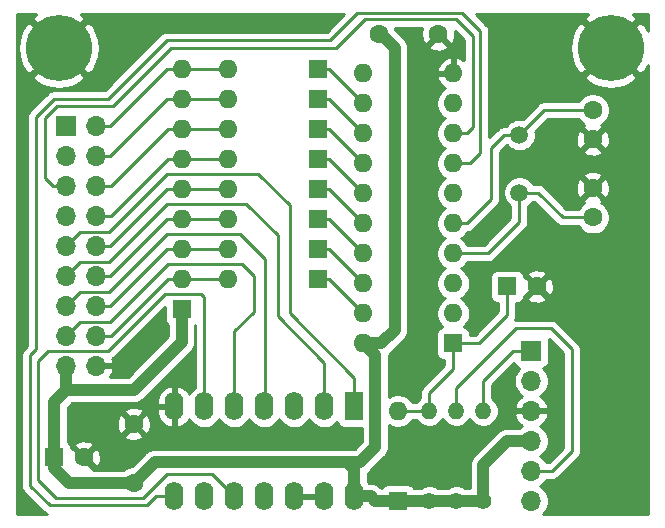
<source format=gbr>
%TF.GenerationSoftware,KiCad,Pcbnew,(5.1.9)-1*%
%TF.CreationDate,2021-05-20T14:53:22+02:00*%
%TF.ProjectId,pmd-keyface,706d642d-6b65-4796-9661-63652e6b6963,rev?*%
%TF.SameCoordinates,Original*%
%TF.FileFunction,Copper,L1,Top*%
%TF.FilePolarity,Positive*%
%FSLAX46Y46*%
G04 Gerber Fmt 4.6, Leading zero omitted, Abs format (unit mm)*
G04 Created by KiCad (PCBNEW (5.1.9)-1) date 2021-05-20 14:53:22*
%MOMM*%
%LPD*%
G01*
G04 APERTURE LIST*
%TA.AperFunction,ComponentPad*%
%ADD10R,1.700000X1.700000*%
%TD*%
%TA.AperFunction,ComponentPad*%
%ADD11O,1.700000X1.700000*%
%TD*%
%TA.AperFunction,ComponentPad*%
%ADD12C,5.600000*%
%TD*%
%TA.AperFunction,ComponentPad*%
%ADD13C,1.600000*%
%TD*%
%TA.AperFunction,ComponentPad*%
%ADD14R,1.600000X1.600000*%
%TD*%
%TA.AperFunction,ComponentPad*%
%ADD15O,1.600000X1.600000*%
%TD*%
%TA.AperFunction,ComponentPad*%
%ADD16C,1.400000*%
%TD*%
%TA.AperFunction,ComponentPad*%
%ADD17O,1.400000X1.400000*%
%TD*%
%TA.AperFunction,ComponentPad*%
%ADD18R,1.600000X2.400000*%
%TD*%
%TA.AperFunction,ComponentPad*%
%ADD19O,1.600000X2.400000*%
%TD*%
%TA.AperFunction,ComponentPad*%
%ADD20C,1.500000*%
%TD*%
%TA.AperFunction,Conductor*%
%ADD21C,1.000000*%
%TD*%
%TA.AperFunction,Conductor*%
%ADD22C,0.250000*%
%TD*%
%TA.AperFunction,Conductor*%
%ADD23C,0.254000*%
%TD*%
%TA.AperFunction,Conductor*%
%ADD24C,0.100000*%
%TD*%
G04 APERTURE END LIST*
D10*
%TO.P,J2,1*%
%TO.N,/DATA*%
X121666000Y-81280000D03*
D11*
%TO.P,J2,2*%
%TO.N,Net-(J2-Pad2)*%
X121666000Y-83820000D03*
%TO.P,J2,3*%
%TO.N,GND*%
X121666000Y-86360000D03*
%TO.P,J2,4*%
%TO.N,VCC*%
X121666000Y-88900000D03*
%TO.P,J2,5*%
%TO.N,/CLK*%
X121666000Y-91440000D03*
%TO.P,J2,6*%
%TO.N,Net-(J2-Pad6)*%
X121666000Y-93980000D03*
%TD*%
D12*
%TO.P,MH2,1*%
%TO.N,GND*%
X128397000Y-55626000D03*
%TD*%
%TO.P,MH1,1*%
%TO.N,GND*%
X81661000Y-55626000D03*
%TD*%
D13*
%TO.P,C1,1*%
%TO.N,GND*%
X113792000Y-54483000D03*
%TO.P,C1,2*%
%TO.N,VCC*%
X108792000Y-54483000D03*
%TD*%
%TO.P,C2,2*%
%TO.N,GND*%
X126873000Y-63373000D03*
%TO.P,C2,1*%
%TO.N,Net-(C2-Pad1)*%
X126873000Y-60873000D03*
%TD*%
%TO.P,C3,1*%
%TO.N,Net-(C3-Pad1)*%
X126873000Y-69977000D03*
%TO.P,C3,2*%
%TO.N,GND*%
X126873000Y-67477000D03*
%TD*%
D14*
%TO.P,C4,1*%
%TO.N,Net-(C4-Pad1)*%
X119634000Y-75819000D03*
D13*
%TO.P,C4,2*%
%TO.N,GND*%
X122134000Y-75819000D03*
%TD*%
D14*
%TO.P,C5,1*%
%TO.N,VCC*%
X81280000Y-90297000D03*
D13*
%TO.P,C5,2*%
%TO.N,GND*%
X83780000Y-90297000D03*
%TD*%
%TO.P,C6,2*%
%TO.N,GND*%
X88011000Y-87456000D03*
%TO.P,C6,1*%
%TO.N,VCC*%
X88011000Y-92456000D03*
%TD*%
D14*
%TO.P,D1,1*%
%TO.N,VCC*%
X110363000Y-93980000D03*
D15*
%TO.P,D1,2*%
%TO.N,Net-(C4-Pad1)*%
X110363000Y-86360000D03*
%TD*%
D14*
%TO.P,D2,1*%
%TO.N,/ROW0*%
X103632000Y-57404000D03*
D15*
%TO.P,D2,2*%
%TO.N,/PB0*%
X96012000Y-57404000D03*
%TD*%
%TO.P,D3,2*%
%TO.N,/PB1*%
X96012000Y-59944000D03*
D14*
%TO.P,D3,1*%
%TO.N,/ROW1*%
X103632000Y-59944000D03*
%TD*%
%TO.P,D4,1*%
%TO.N,/ROW2*%
X103632000Y-62484000D03*
D15*
%TO.P,D4,2*%
%TO.N,/PB2*%
X96012000Y-62484000D03*
%TD*%
%TO.P,D5,2*%
%TO.N,/PB3*%
X96012000Y-65024000D03*
D14*
%TO.P,D5,1*%
%TO.N,/ROW3*%
X103632000Y-65024000D03*
%TD*%
%TO.P,D6,1*%
%TO.N,/ROW4*%
X103632000Y-67564000D03*
D15*
%TO.P,D6,2*%
%TO.N,/PB4*%
X96012000Y-67564000D03*
%TD*%
%TO.P,D7,2*%
%TO.N,/PB5*%
X96012000Y-70104000D03*
D14*
%TO.P,D7,1*%
%TO.N,/SHIFT*%
X103632000Y-70104000D03*
%TD*%
%TO.P,D8,1*%
%TO.N,/STOP*%
X103632000Y-72644000D03*
D15*
%TO.P,D8,2*%
%TO.N,/PB6*%
X96012000Y-72644000D03*
%TD*%
%TO.P,D9,2*%
%TO.N,/~RES*%
X96012000Y-75184000D03*
D14*
%TO.P,D9,1*%
%TO.N,/RESET*%
X103632000Y-75184000D03*
%TD*%
D10*
%TO.P,J1,1*%
%TO.N,/PA0*%
X82296000Y-62230000D03*
D11*
%TO.P,J1,2*%
%TO.N,/PB0*%
X84836000Y-62230000D03*
%TO.P,J1,3*%
%TO.N,/PA1*%
X82296000Y-64770000D03*
%TO.P,J1,4*%
%TO.N,/PB1*%
X84836000Y-64770000D03*
%TO.P,J1,5*%
%TO.N,/PA2*%
X82296000Y-67310000D03*
%TO.P,J1,6*%
%TO.N,/PB2*%
X84836000Y-67310000D03*
%TO.P,J1,7*%
%TO.N,/PA3*%
X82296000Y-69850000D03*
%TO.P,J1,8*%
%TO.N,/PB3*%
X84836000Y-69850000D03*
%TO.P,J1,9*%
%TO.N,/A0*%
X82296000Y-72390000D03*
%TO.P,J1,10*%
%TO.N,/PB4*%
X84836000Y-72390000D03*
%TO.P,J1,11*%
%TO.N,/A1*%
X82296000Y-74930000D03*
%TO.P,J1,12*%
%TO.N,/PB5*%
X84836000Y-74930000D03*
%TO.P,J1,13*%
%TO.N,/A3*%
X82296000Y-77470000D03*
%TO.P,J1,14*%
%TO.N,/PB6*%
X84836000Y-77470000D03*
%TO.P,J1,15*%
%TO.N,/~IOW*%
X82296000Y-80010000D03*
%TO.P,J1,16*%
%TO.N,/~RES*%
X84836000Y-80010000D03*
%TO.P,J1,17*%
%TO.N,VCC*%
X82296000Y-82550000D03*
%TO.P,J1,18*%
%TO.N,GND*%
X84836000Y-82550000D03*
%TD*%
D16*
%TO.P,R1,1*%
%TO.N,VCC*%
X113030000Y-93980000D03*
D17*
%TO.P,R1,2*%
%TO.N,Net-(C4-Pad1)*%
X113030000Y-86360000D03*
%TD*%
%TO.P,R2,2*%
%TO.N,/CLK*%
X115316000Y-86360000D03*
D16*
%TO.P,R2,1*%
%TO.N,VCC*%
X115316000Y-93980000D03*
%TD*%
%TO.P,R3,1*%
%TO.N,VCC*%
X117602000Y-93980000D03*
D17*
%TO.P,R3,2*%
%TO.N,/DATA*%
X117602000Y-86360000D03*
%TD*%
D14*
%TO.P,RN1,1*%
%TO.N,VCC*%
X92075000Y-77724000D03*
D15*
%TO.P,RN1,2*%
%TO.N,/~RES*%
X92075000Y-75184000D03*
%TO.P,RN1,3*%
%TO.N,/PB6*%
X92075000Y-72644000D03*
%TO.P,RN1,4*%
%TO.N,/PB5*%
X92075000Y-70104000D03*
%TO.P,RN1,5*%
%TO.N,/PB4*%
X92075000Y-67564000D03*
%TO.P,RN1,6*%
%TO.N,/PB3*%
X92075000Y-65024000D03*
%TO.P,RN1,7*%
%TO.N,/PB2*%
X92075000Y-62484000D03*
%TO.P,RN1,8*%
%TO.N,/PB1*%
X92075000Y-59944000D03*
%TO.P,RN1,9*%
%TO.N,/PB0*%
X92075000Y-57404000D03*
%TD*%
D14*
%TO.P,U1,1*%
%TO.N,Net-(C4-Pad1)*%
X115062000Y-80645000D03*
D15*
%TO.P,U1,11*%
%TO.N,/DATA*%
X107442000Y-57785000D03*
%TO.P,U1,2*%
%TO.N,/PA0*%
X115062000Y-78105000D03*
%TO.P,U1,12*%
%TO.N,/ROW0*%
X107442000Y-60325000D03*
%TO.P,U1,3*%
%TO.N,/PA1*%
X115062000Y-75565000D03*
%TO.P,U1,13*%
%TO.N,/ROW1*%
X107442000Y-62865000D03*
%TO.P,U1,4*%
%TO.N,Net-(C3-Pad1)*%
X115062000Y-73025000D03*
%TO.P,U1,14*%
%TO.N,/ROW2*%
X107442000Y-65405000D03*
%TO.P,U1,5*%
%TO.N,Net-(C2-Pad1)*%
X115062000Y-70485000D03*
%TO.P,U1,15*%
%TO.N,/ROW3*%
X107442000Y-67945000D03*
%TO.P,U1,6*%
%TO.N,/CLK*%
X115062000Y-67945000D03*
%TO.P,U1,16*%
%TO.N,/ROW4*%
X107442000Y-70485000D03*
%TO.P,U1,7*%
%TO.N,/0F4h*%
X115062000Y-65405000D03*
%TO.P,U1,17*%
%TO.N,/SHIFT*%
X107442000Y-73025000D03*
%TO.P,U1,8*%
%TO.N,/PA2*%
X115062000Y-62865000D03*
%TO.P,U1,18*%
%TO.N,/STOP*%
X107442000Y-75565000D03*
%TO.P,U1,9*%
%TO.N,/PA3*%
X115062000Y-60325000D03*
%TO.P,U1,19*%
%TO.N,/RESET*%
X107442000Y-78105000D03*
%TO.P,U1,10*%
%TO.N,GND*%
X115062000Y-57785000D03*
%TO.P,U1,20*%
%TO.N,VCC*%
X107442000Y-80645000D03*
%TD*%
D18*
%TO.P,U2,1*%
%TO.N,/A0*%
X106680000Y-85979000D03*
D19*
%TO.P,U2,8*%
%TO.N,/0F4h*%
X91440000Y-93599000D03*
%TO.P,U2,2*%
%TO.N,/A1*%
X104140000Y-85979000D03*
%TO.P,U2,9*%
%TO.N,Net-(U2-Pad3)*%
X93980000Y-93599000D03*
%TO.P,U2,3*%
X101600000Y-85979000D03*
%TO.P,U2,10*%
%TO.N,Net-(U2-Pad10)*%
X96520000Y-93599000D03*
%TO.P,U2,4*%
%TO.N,/A3*%
X99060000Y-85979000D03*
%TO.P,U2,11*%
%TO.N,Net-(U2-Pad11)*%
X99060000Y-93599000D03*
%TO.P,U2,5*%
%TO.N,/~IOW*%
X96520000Y-85979000D03*
%TO.P,U2,12*%
%TO.N,GND*%
X101600000Y-93599000D03*
%TO.P,U2,6*%
%TO.N,Net-(U2-Pad10)*%
X93980000Y-85979000D03*
%TO.P,U2,13*%
%TO.N,GND*%
X104140000Y-93599000D03*
%TO.P,U2,7*%
X91440000Y-85979000D03*
%TO.P,U2,14*%
%TO.N,VCC*%
X106680000Y-93599000D03*
%TD*%
D20*
%TO.P,Y1,1*%
%TO.N,Net-(C2-Pad1)*%
X120650000Y-62992000D03*
%TO.P,Y1,2*%
%TO.N,Net-(C3-Pad1)*%
X120650000Y-67872000D03*
%TD*%
D21*
%TO.N,GND*%
X88011000Y-87275300D02*
X88011000Y-87456000D01*
%TO.N,VCC*%
X88011000Y-92456000D02*
X89789000Y-90678000D01*
X89789000Y-90678000D02*
X106045000Y-90678000D01*
X106045000Y-90678000D02*
X106680000Y-91313000D01*
X106680000Y-91313000D02*
X106680000Y-92456000D01*
X115316000Y-93980000D02*
X117602000Y-93980000D01*
X113030000Y-93980000D02*
X115316000Y-93980000D01*
X113030000Y-93980000D02*
X110363000Y-93980000D01*
X106680000Y-92456000D02*
X106680000Y-93599000D01*
X107442000Y-80645000D02*
X108966000Y-80645000D01*
X108966000Y-80645000D02*
X110109000Y-79502000D01*
X110109000Y-79502000D02*
X110109000Y-55626000D01*
X110109000Y-55626000D02*
X108966000Y-54483000D01*
X108966000Y-54483000D02*
X108792000Y-54483000D01*
X82296000Y-82550000D02*
X82296000Y-84582000D01*
X82296000Y-84582000D02*
X88011000Y-84582000D01*
X92075000Y-80518000D02*
X92075000Y-77724000D01*
X88011000Y-84582000D02*
X92075000Y-80518000D01*
X106680000Y-93599000D02*
X108077000Y-93599000D01*
X108458000Y-93980000D02*
X110363000Y-93980000D01*
X108077000Y-93599000D02*
X108458000Y-93980000D01*
X106045000Y-90678000D02*
X107188000Y-90678000D01*
X107188000Y-90678000D02*
X108458000Y-89408000D01*
X108458000Y-81661000D02*
X107442000Y-80645000D01*
X108458000Y-89408000D02*
X108458000Y-81661000D01*
X117602000Y-90932000D02*
X117602000Y-93980000D01*
X119634000Y-88900000D02*
X117602000Y-90932000D01*
X121666000Y-88900000D02*
X119634000Y-88900000D01*
X81280000Y-85598000D02*
X82296000Y-84582000D01*
X81280000Y-90297000D02*
X81280000Y-85598000D01*
X81280000Y-90297000D02*
X81280000Y-91186000D01*
X82550000Y-92456000D02*
X88011000Y-92456000D01*
X81280000Y-91186000D02*
X82550000Y-92456000D01*
D22*
%TO.N,Net-(C2-Pad1)*%
X126873000Y-60873000D02*
X122769000Y-60873000D01*
X122769000Y-60873000D02*
X120650000Y-62992000D01*
X115062000Y-70485000D02*
X116205000Y-70485000D01*
X116205000Y-70485000D02*
X118237000Y-68453000D01*
X118237000Y-68453000D02*
X118237000Y-64135000D01*
X119380000Y-62992000D02*
X120650000Y-62992000D01*
X118237000Y-64135000D02*
X119380000Y-62992000D01*
%TO.N,Net-(C3-Pad1)*%
X115062000Y-73025000D02*
X117983000Y-73025000D01*
X120650000Y-70358000D02*
X120650000Y-67872000D01*
X117983000Y-73025000D02*
X120650000Y-70358000D01*
X120650000Y-67872000D02*
X122228000Y-67872000D01*
X124333000Y-69977000D02*
X126873000Y-69977000D01*
X122228000Y-67872000D02*
X124333000Y-69977000D01*
%TO.N,Net-(C4-Pad1)*%
X113030000Y-86360000D02*
X110363000Y-86360000D01*
X113030000Y-86360000D02*
X113030000Y-84836000D01*
X115062000Y-82804000D02*
X115062000Y-80645000D01*
X113030000Y-84836000D02*
X115062000Y-82804000D01*
X115062000Y-80645000D02*
X117221000Y-80645000D01*
X119634000Y-78232000D02*
X119634000Y-75819000D01*
X117221000Y-80645000D02*
X119634000Y-78232000D01*
%TO.N,/ROW0*%
X104521000Y-57404000D02*
X107442000Y-60325000D01*
X103632000Y-57404000D02*
X104521000Y-57404000D01*
%TO.N,/PB0*%
X84836000Y-62230000D02*
X86011300Y-62230000D01*
X86011300Y-62230000D02*
X90837300Y-57404000D01*
X90837300Y-57404000D02*
X92075000Y-57404000D01*
X92075000Y-57404000D02*
X96012000Y-57404000D01*
%TO.N,/PB1*%
X84836000Y-64770000D02*
X86011300Y-64770000D01*
X86011300Y-64770000D02*
X90837300Y-59944000D01*
X90837300Y-59944000D02*
X92075000Y-59944000D01*
X92075000Y-59944000D02*
X96012000Y-59944000D01*
%TO.N,/ROW1*%
X104521000Y-59944000D02*
X107442000Y-62865000D01*
X103632000Y-59944000D02*
X104521000Y-59944000D01*
%TO.N,/ROW2*%
X104521000Y-62484000D02*
X107442000Y-65405000D01*
X103632000Y-62484000D02*
X104521000Y-62484000D01*
%TO.N,/PB2*%
X92075000Y-62484000D02*
X90949700Y-62484000D01*
X84836000Y-67310000D02*
X86123700Y-67310000D01*
X86123700Y-67310000D02*
X90949700Y-62484000D01*
X92075000Y-62484000D02*
X96012000Y-62484000D01*
%TO.N,/PB3*%
X92075000Y-65024000D02*
X90949700Y-65024000D01*
X84836000Y-69850000D02*
X86123700Y-69850000D01*
X86123700Y-69850000D02*
X90949700Y-65024000D01*
X92075000Y-65024000D02*
X96012000Y-65024000D01*
%TO.N,/ROW3*%
X104521000Y-65024000D02*
X107442000Y-67945000D01*
X103632000Y-65024000D02*
X104521000Y-65024000D01*
%TO.N,/ROW4*%
X104521000Y-67564000D02*
X107442000Y-70485000D01*
X103632000Y-67564000D02*
X104521000Y-67564000D01*
%TO.N,/PB4*%
X84836000Y-72390000D02*
X86011300Y-72390000D01*
X92075000Y-67564000D02*
X90837300Y-67564000D01*
X90837300Y-67564000D02*
X86011300Y-72390000D01*
X96012000Y-67564000D02*
X92075000Y-67564000D01*
%TO.N,/PB5*%
X84836000Y-74930000D02*
X86011300Y-74930000D01*
X92075000Y-70104000D02*
X90837300Y-70104000D01*
X90837300Y-70104000D02*
X86011300Y-74930000D01*
X96012000Y-70104000D02*
X92075000Y-70104000D01*
%TO.N,/SHIFT*%
X104521000Y-70104000D02*
X107442000Y-73025000D01*
X103632000Y-70104000D02*
X104521000Y-70104000D01*
%TO.N,/STOP*%
X104521000Y-72644000D02*
X107442000Y-75565000D01*
X103632000Y-72644000D02*
X104521000Y-72644000D01*
%TO.N,/PB6*%
X84836000Y-77470000D02*
X86011300Y-77470000D01*
X86011300Y-77470000D02*
X90837300Y-72644000D01*
X90837300Y-72644000D02*
X92075000Y-72644000D01*
X92075000Y-72644000D02*
X96012000Y-72644000D01*
%TO.N,/~RES*%
X92075000Y-75184000D02*
X96012000Y-75184000D01*
X84836000Y-80010000D02*
X86106000Y-80010000D01*
X90932000Y-75184000D02*
X92075000Y-75184000D01*
X86106000Y-80010000D02*
X90932000Y-75184000D01*
%TO.N,/RESET*%
X104521000Y-75184000D02*
X107442000Y-78105000D01*
X103632000Y-75184000D02*
X104521000Y-75184000D01*
%TO.N,/PA2*%
X116205000Y-62865000D02*
X115062000Y-62865000D01*
X116713000Y-54610000D02*
X116713000Y-62357000D01*
X115316000Y-53213000D02*
X116713000Y-54610000D01*
X107569000Y-53213000D02*
X115316000Y-53213000D01*
X105156000Y-55626000D02*
X107569000Y-53213000D01*
X91186000Y-55626000D02*
X105156000Y-55626000D01*
X86233000Y-60579000D02*
X91186000Y-55626000D01*
X81534000Y-60579000D02*
X86233000Y-60579000D01*
X116713000Y-62357000D02*
X116205000Y-62865000D01*
X80518000Y-61595000D02*
X81534000Y-60579000D01*
X80518000Y-66675000D02*
X80518000Y-61595000D01*
X81153000Y-67310000D02*
X80518000Y-66675000D01*
X82296000Y-67310000D02*
X81153000Y-67310000D01*
%TO.N,/A0*%
X101219000Y-68961000D02*
X101219000Y-78105000D01*
X101219000Y-78105000D02*
X106680000Y-83566000D01*
X98552000Y-66294000D02*
X101219000Y-68961000D01*
X90805000Y-66294000D02*
X98552000Y-66294000D01*
X85884001Y-71214999D02*
X90805000Y-66294000D01*
X106680000Y-83566000D02*
X106680000Y-85979000D01*
X83471001Y-71214999D02*
X85884001Y-71214999D01*
X82296000Y-72390000D02*
X83471001Y-71214999D01*
%TO.N,/A1*%
X104140000Y-82296000D02*
X104140000Y-85979000D01*
X100203000Y-71501000D02*
X100203000Y-78359000D01*
X97536000Y-68834000D02*
X100203000Y-71501000D01*
X90805000Y-68834000D02*
X97536000Y-68834000D01*
X85884001Y-73754999D02*
X90805000Y-68834000D01*
X83471001Y-73754999D02*
X85884001Y-73754999D01*
X100203000Y-78359000D02*
X104140000Y-82296000D01*
X82296000Y-74930000D02*
X83471001Y-73754999D01*
%TO.N,/A3*%
X82296000Y-77470000D02*
X83471001Y-76294999D01*
X83471001Y-76294999D02*
X85884001Y-76294999D01*
X85884001Y-76294999D02*
X90805000Y-71374000D01*
X90805000Y-71374000D02*
X97028000Y-71374000D01*
X99117990Y-73463990D02*
X99117990Y-85921010D01*
X97028000Y-71374000D02*
X99117990Y-73463990D01*
X99117990Y-85921010D02*
X99060000Y-85979000D01*
%TO.N,/~IOW*%
X96520000Y-79629000D02*
X96520000Y-85979000D01*
X98171000Y-77978000D02*
X96520000Y-79629000D01*
X98171000Y-74930000D02*
X98171000Y-77978000D01*
X97155000Y-73914000D02*
X98171000Y-74930000D01*
X90932000Y-73914000D02*
X97155000Y-73914000D01*
X86011001Y-78834999D02*
X90932000Y-73914000D01*
X83471001Y-78834999D02*
X86011001Y-78834999D01*
X82296000Y-80010000D02*
X83471001Y-78834999D01*
%TO.N,/DATA*%
X117602000Y-86360000D02*
X117602000Y-83820000D01*
X120142000Y-81280000D02*
X121666000Y-81280000D01*
X117602000Y-83820000D02*
X120142000Y-81280000D01*
%TO.N,/CLK*%
X115316000Y-86360000D02*
X115316000Y-84455000D01*
X115316000Y-84455000D02*
X120396000Y-79375000D01*
X120396000Y-79375000D02*
X123317000Y-79375000D01*
X123317000Y-79375000D02*
X125095000Y-81153000D01*
X125095000Y-81153000D02*
X125095000Y-89789000D01*
X123444000Y-91440000D02*
X121666000Y-91440000D01*
X125095000Y-89789000D02*
X123444000Y-91440000D01*
%TO.N,/0F4h*%
X116459000Y-65405000D02*
X115062000Y-65405000D01*
X117348000Y-54229000D02*
X117348000Y-64516000D01*
X91440000Y-93599000D02*
X89916000Y-93599000D01*
X89916000Y-93599000D02*
X89154000Y-94361000D01*
X117348000Y-64516000D02*
X116459000Y-65405000D01*
X85852000Y-59944000D02*
X90805000Y-54991000D01*
X90805000Y-54991000D02*
X104648000Y-54991000D01*
X89154000Y-94361000D02*
X80899000Y-94361000D01*
X104648000Y-54991000D02*
X106934000Y-52705000D01*
X80899000Y-94361000D02*
X79248000Y-92710000D01*
X79248000Y-92710000D02*
X79248000Y-81661000D01*
X79756000Y-61468000D02*
X81280000Y-59944000D01*
X79248000Y-81661000D02*
X79756000Y-81153000D01*
X81280000Y-59944000D02*
X85852000Y-59944000D01*
X115824000Y-52705000D02*
X117348000Y-54229000D01*
X79756000Y-81153000D02*
X79756000Y-61468000D01*
X106934000Y-52705000D02*
X115824000Y-52705000D01*
%TO.N,Net-(U2-Pad10)*%
X94615000Y-91694000D02*
X96520000Y-93599000D01*
X90805000Y-91694000D02*
X94615000Y-91694000D01*
X88773000Y-93726000D02*
X90805000Y-91694000D01*
X81407000Y-93726000D02*
X88773000Y-93726000D01*
X79883000Y-92202000D02*
X81407000Y-93726000D01*
X79883000Y-82169000D02*
X79883000Y-92202000D01*
X80772000Y-81280000D02*
X79883000Y-82169000D01*
X85852000Y-81280000D02*
X80772000Y-81280000D01*
X90678000Y-76454000D02*
X85852000Y-81280000D01*
X93726000Y-76454000D02*
X90678000Y-76454000D01*
X93980000Y-76708000D02*
X93726000Y-76454000D01*
X93980000Y-85979000D02*
X93980000Y-76708000D01*
%TD*%
D23*
%TO.N,GND*%
X79736308Y-52760823D02*
X79424124Y-53209519D01*
X81661000Y-55446395D01*
X83897876Y-53209519D01*
X83585692Y-52760823D01*
X83574862Y-52755000D01*
X105809198Y-52755000D01*
X104333199Y-54231000D01*
X90842325Y-54231000D01*
X90805000Y-54227324D01*
X90767675Y-54231000D01*
X90767667Y-54231000D01*
X90656014Y-54241997D01*
X90512753Y-54285454D01*
X90380724Y-54356026D01*
X90264999Y-54450999D01*
X90241201Y-54479997D01*
X85537199Y-59184000D01*
X81317322Y-59184000D01*
X81279999Y-59180324D01*
X81242676Y-59184000D01*
X81242667Y-59184000D01*
X81131014Y-59194997D01*
X80987753Y-59238454D01*
X80855724Y-59309026D01*
X80855722Y-59309027D01*
X80855723Y-59309027D01*
X80768996Y-59380201D01*
X80768992Y-59380205D01*
X80739999Y-59403999D01*
X80716205Y-59432992D01*
X79244998Y-60904201D01*
X79216000Y-60927999D01*
X79192202Y-60956997D01*
X79192201Y-60956998D01*
X79121026Y-61043724D01*
X79050454Y-61175754D01*
X79031039Y-61239759D01*
X79006998Y-61319014D01*
X79002039Y-61369363D01*
X78992324Y-61468000D01*
X78996001Y-61505333D01*
X78996000Y-80838198D01*
X78736998Y-81097201D01*
X78708000Y-81120999D01*
X78684202Y-81149997D01*
X78684201Y-81149998D01*
X78613026Y-81236724D01*
X78542454Y-81368754D01*
X78519251Y-81445247D01*
X78498998Y-81512014D01*
X78492570Y-81577275D01*
X78484324Y-81661000D01*
X78488001Y-81698332D01*
X78488000Y-92672678D01*
X78484324Y-92710000D01*
X78488000Y-92747322D01*
X78488000Y-92747332D01*
X78498997Y-92858985D01*
X78531361Y-92965677D01*
X78542454Y-93002246D01*
X78613026Y-93134276D01*
X78645259Y-93173551D01*
X78707999Y-93250001D01*
X78737003Y-93273804D01*
X80335201Y-94872003D01*
X80358999Y-94901001D01*
X80392242Y-94928283D01*
X80474724Y-94995974D01*
X80606753Y-95066546D01*
X80628029Y-95073000D01*
X78155000Y-95073000D01*
X78155000Y-58042481D01*
X79424124Y-58042481D01*
X79736308Y-58491177D01*
X80332259Y-58811612D01*
X80979273Y-59009626D01*
X81652484Y-59077610D01*
X82326023Y-59012949D01*
X82974006Y-58818130D01*
X83571530Y-58500639D01*
X83585692Y-58491177D01*
X83897876Y-58042481D01*
X81661000Y-55805605D01*
X79424124Y-58042481D01*
X78155000Y-58042481D01*
X78155000Y-55617484D01*
X78209390Y-55617484D01*
X78274051Y-56291023D01*
X78468870Y-56939006D01*
X78786361Y-57536530D01*
X78795823Y-57550692D01*
X79244519Y-57862876D01*
X81481395Y-55626000D01*
X81840605Y-55626000D01*
X84077481Y-57862876D01*
X84526177Y-57550692D01*
X84846612Y-56954741D01*
X85044626Y-56307727D01*
X85112610Y-55634516D01*
X85047949Y-54960977D01*
X84853130Y-54312994D01*
X84535639Y-53715470D01*
X84526177Y-53701308D01*
X84077481Y-53389124D01*
X81840605Y-55626000D01*
X81481395Y-55626000D01*
X79244519Y-53389124D01*
X78795823Y-53701308D01*
X78475388Y-54297259D01*
X78277374Y-54944273D01*
X78209390Y-55617484D01*
X78155000Y-55617484D01*
X78155000Y-52755000D01*
X79745023Y-52755000D01*
X79736308Y-52760823D01*
%TA.AperFunction,Conductor*%
D24*
G36*
X79736308Y-52760823D02*
G01*
X79424124Y-53209519D01*
X81661000Y-55446395D01*
X83897876Y-53209519D01*
X83585692Y-52760823D01*
X83574862Y-52755000D01*
X105809198Y-52755000D01*
X104333199Y-54231000D01*
X90842325Y-54231000D01*
X90805000Y-54227324D01*
X90767675Y-54231000D01*
X90767667Y-54231000D01*
X90656014Y-54241997D01*
X90512753Y-54285454D01*
X90380724Y-54356026D01*
X90264999Y-54450999D01*
X90241201Y-54479997D01*
X85537199Y-59184000D01*
X81317322Y-59184000D01*
X81279999Y-59180324D01*
X81242676Y-59184000D01*
X81242667Y-59184000D01*
X81131014Y-59194997D01*
X80987753Y-59238454D01*
X80855724Y-59309026D01*
X80855722Y-59309027D01*
X80855723Y-59309027D01*
X80768996Y-59380201D01*
X80768992Y-59380205D01*
X80739999Y-59403999D01*
X80716205Y-59432992D01*
X79244998Y-60904201D01*
X79216000Y-60927999D01*
X79192202Y-60956997D01*
X79192201Y-60956998D01*
X79121026Y-61043724D01*
X79050454Y-61175754D01*
X79031039Y-61239759D01*
X79006998Y-61319014D01*
X79002039Y-61369363D01*
X78992324Y-61468000D01*
X78996001Y-61505333D01*
X78996000Y-80838198D01*
X78736998Y-81097201D01*
X78708000Y-81120999D01*
X78684202Y-81149997D01*
X78684201Y-81149998D01*
X78613026Y-81236724D01*
X78542454Y-81368754D01*
X78519251Y-81445247D01*
X78498998Y-81512014D01*
X78492570Y-81577275D01*
X78484324Y-81661000D01*
X78488001Y-81698332D01*
X78488000Y-92672678D01*
X78484324Y-92710000D01*
X78488000Y-92747322D01*
X78488000Y-92747332D01*
X78498997Y-92858985D01*
X78531361Y-92965677D01*
X78542454Y-93002246D01*
X78613026Y-93134276D01*
X78645259Y-93173551D01*
X78707999Y-93250001D01*
X78737003Y-93273804D01*
X80335201Y-94872003D01*
X80358999Y-94901001D01*
X80392242Y-94928283D01*
X80474724Y-94995974D01*
X80606753Y-95066546D01*
X80628029Y-95073000D01*
X78155000Y-95073000D01*
X78155000Y-58042481D01*
X79424124Y-58042481D01*
X79736308Y-58491177D01*
X80332259Y-58811612D01*
X80979273Y-59009626D01*
X81652484Y-59077610D01*
X82326023Y-59012949D01*
X82974006Y-58818130D01*
X83571530Y-58500639D01*
X83585692Y-58491177D01*
X83897876Y-58042481D01*
X81661000Y-55805605D01*
X79424124Y-58042481D01*
X78155000Y-58042481D01*
X78155000Y-55617484D01*
X78209390Y-55617484D01*
X78274051Y-56291023D01*
X78468870Y-56939006D01*
X78786361Y-57536530D01*
X78795823Y-57550692D01*
X79244519Y-57862876D01*
X81481395Y-55626000D01*
X81840605Y-55626000D01*
X84077481Y-57862876D01*
X84526177Y-57550692D01*
X84846612Y-56954741D01*
X85044626Y-56307727D01*
X85112610Y-55634516D01*
X85047949Y-54960977D01*
X84853130Y-54312994D01*
X84535639Y-53715470D01*
X84526177Y-53701308D01*
X84077481Y-53389124D01*
X81840605Y-55626000D01*
X81481395Y-55626000D01*
X79244519Y-53389124D01*
X78795823Y-53701308D01*
X78475388Y-54297259D01*
X78277374Y-54944273D01*
X78209390Y-55617484D01*
X78155000Y-55617484D01*
X78155000Y-52755000D01*
X79745023Y-52755000D01*
X79736308Y-52760823D01*
G37*
%TD.AperFunction*%
D23*
X126472308Y-52760823D02*
X126160124Y-53209519D01*
X128397000Y-55446395D01*
X130633876Y-53209519D01*
X130321692Y-52760823D01*
X130310862Y-52755000D01*
X131522000Y-52755000D01*
X131522000Y-54186654D01*
X131271639Y-53715470D01*
X131262177Y-53701308D01*
X130813481Y-53389124D01*
X128576605Y-55626000D01*
X130813481Y-57862876D01*
X131262177Y-57550692D01*
X131522000Y-57067468D01*
X131522001Y-95073000D01*
X122673107Y-95073000D01*
X122819475Y-94926632D01*
X122981990Y-94683411D01*
X123093932Y-94413158D01*
X123151000Y-94126260D01*
X123151000Y-93833740D01*
X123093932Y-93546842D01*
X122981990Y-93276589D01*
X122819475Y-93033368D01*
X122612632Y-92826525D01*
X122438240Y-92710000D01*
X122612632Y-92593475D01*
X122819475Y-92386632D01*
X122944178Y-92200000D01*
X123406678Y-92200000D01*
X123444000Y-92203676D01*
X123481322Y-92200000D01*
X123481333Y-92200000D01*
X123592986Y-92189003D01*
X123736247Y-92145546D01*
X123868276Y-92074974D01*
X123984001Y-91980001D01*
X124007804Y-91950997D01*
X125606003Y-90352799D01*
X125635001Y-90329001D01*
X125729974Y-90213276D01*
X125800546Y-90081247D01*
X125844003Y-89937986D01*
X125855000Y-89826333D01*
X125858677Y-89789000D01*
X125855000Y-89751667D01*
X125855000Y-81190325D01*
X125858676Y-81153000D01*
X125855000Y-81115675D01*
X125855000Y-81115667D01*
X125844003Y-81004014D01*
X125800546Y-80860753D01*
X125729974Y-80728724D01*
X125635001Y-80612999D01*
X125606003Y-80589201D01*
X123880804Y-78864003D01*
X123857001Y-78834999D01*
X123741276Y-78740026D01*
X123609247Y-78669454D01*
X123465986Y-78625997D01*
X123354333Y-78615000D01*
X123354322Y-78615000D01*
X123317000Y-78611324D01*
X123279678Y-78615000D01*
X120433323Y-78615000D01*
X120396000Y-78611324D01*
X120358677Y-78615000D01*
X120358667Y-78615000D01*
X120287278Y-78622031D01*
X120339546Y-78524247D01*
X120383003Y-78380986D01*
X120394000Y-78269333D01*
X120394000Y-78269324D01*
X120397676Y-78232001D01*
X120394000Y-78194678D01*
X120394000Y-77257072D01*
X120434000Y-77257072D01*
X120558482Y-77244812D01*
X120678180Y-77208502D01*
X120788494Y-77149537D01*
X120885185Y-77070185D01*
X120964537Y-76973494D01*
X121023502Y-76863180D01*
X121039117Y-76811702D01*
X121320903Y-76811702D01*
X121392486Y-77055671D01*
X121647996Y-77176571D01*
X121922184Y-77245300D01*
X122204512Y-77259217D01*
X122484130Y-77217787D01*
X122750292Y-77122603D01*
X122875514Y-77055671D01*
X122947097Y-76811702D01*
X122134000Y-75998605D01*
X121320903Y-76811702D01*
X121039117Y-76811702D01*
X121059812Y-76743482D01*
X121072072Y-76619000D01*
X121072072Y-76611785D01*
X121141298Y-76632097D01*
X121954395Y-75819000D01*
X122313605Y-75819000D01*
X123126702Y-76632097D01*
X123370671Y-76560514D01*
X123491571Y-76305004D01*
X123560300Y-76030816D01*
X123574217Y-75748488D01*
X123532787Y-75468870D01*
X123437603Y-75202708D01*
X123370671Y-75077486D01*
X123126702Y-75005903D01*
X122313605Y-75819000D01*
X121954395Y-75819000D01*
X121141298Y-75005903D01*
X121072072Y-75026215D01*
X121072072Y-75019000D01*
X121059812Y-74894518D01*
X121039118Y-74826298D01*
X121320903Y-74826298D01*
X122134000Y-75639395D01*
X122947097Y-74826298D01*
X122875514Y-74582329D01*
X122620004Y-74461429D01*
X122345816Y-74392700D01*
X122063488Y-74378783D01*
X121783870Y-74420213D01*
X121517708Y-74515397D01*
X121392486Y-74582329D01*
X121320903Y-74826298D01*
X121039118Y-74826298D01*
X121023502Y-74774820D01*
X120964537Y-74664506D01*
X120885185Y-74567815D01*
X120788494Y-74488463D01*
X120678180Y-74429498D01*
X120558482Y-74393188D01*
X120434000Y-74380928D01*
X118834000Y-74380928D01*
X118709518Y-74393188D01*
X118589820Y-74429498D01*
X118479506Y-74488463D01*
X118382815Y-74567815D01*
X118303463Y-74664506D01*
X118244498Y-74774820D01*
X118208188Y-74894518D01*
X118195928Y-75019000D01*
X118195928Y-76619000D01*
X118208188Y-76743482D01*
X118244498Y-76863180D01*
X118303463Y-76973494D01*
X118382815Y-77070185D01*
X118479506Y-77149537D01*
X118589820Y-77208502D01*
X118709518Y-77244812D01*
X118834000Y-77257072D01*
X118874000Y-77257072D01*
X118874000Y-77917198D01*
X116906199Y-79885000D01*
X116500072Y-79885000D01*
X116500072Y-79845000D01*
X116487812Y-79720518D01*
X116451502Y-79600820D01*
X116392537Y-79490506D01*
X116313185Y-79393815D01*
X116216494Y-79314463D01*
X116106180Y-79255498D01*
X115986482Y-79219188D01*
X115978039Y-79218357D01*
X116176637Y-79019759D01*
X116333680Y-78784727D01*
X116441853Y-78523574D01*
X116497000Y-78246335D01*
X116497000Y-77963665D01*
X116441853Y-77686426D01*
X116333680Y-77425273D01*
X116176637Y-77190241D01*
X115976759Y-76990363D01*
X115744241Y-76835000D01*
X115976759Y-76679637D01*
X116176637Y-76479759D01*
X116333680Y-76244727D01*
X116441853Y-75983574D01*
X116497000Y-75706335D01*
X116497000Y-75423665D01*
X116441853Y-75146426D01*
X116333680Y-74885273D01*
X116176637Y-74650241D01*
X115976759Y-74450363D01*
X115744241Y-74295000D01*
X115976759Y-74139637D01*
X116176637Y-73939759D01*
X116280043Y-73785000D01*
X117945678Y-73785000D01*
X117983000Y-73788676D01*
X118020322Y-73785000D01*
X118020333Y-73785000D01*
X118131986Y-73774003D01*
X118275247Y-73730546D01*
X118407276Y-73659974D01*
X118523001Y-73565001D01*
X118546804Y-73535997D01*
X121161004Y-70921798D01*
X121190001Y-70898001D01*
X121284974Y-70782276D01*
X121355546Y-70650247D01*
X121399003Y-70506986D01*
X121410000Y-70395333D01*
X121410000Y-70395332D01*
X121413677Y-70358000D01*
X121410000Y-70320667D01*
X121410000Y-69029909D01*
X121532886Y-68947799D01*
X121725799Y-68754886D01*
X121807909Y-68632000D01*
X121913199Y-68632000D01*
X123769201Y-70488003D01*
X123792999Y-70517001D01*
X123821997Y-70540799D01*
X123908724Y-70611974D01*
X124040753Y-70682546D01*
X124184014Y-70726003D01*
X124333000Y-70740677D01*
X124370333Y-70737000D01*
X125654957Y-70737000D01*
X125758363Y-70891759D01*
X125958241Y-71091637D01*
X126193273Y-71248680D01*
X126454426Y-71356853D01*
X126731665Y-71412000D01*
X127014335Y-71412000D01*
X127291574Y-71356853D01*
X127552727Y-71248680D01*
X127787759Y-71091637D01*
X127987637Y-70891759D01*
X128144680Y-70656727D01*
X128252853Y-70395574D01*
X128308000Y-70118335D01*
X128308000Y-69835665D01*
X128252853Y-69558426D01*
X128144680Y-69297273D01*
X127987637Y-69062241D01*
X127787759Y-68862363D01*
X127587131Y-68728308D01*
X127614514Y-68713671D01*
X127686097Y-68469702D01*
X126873000Y-67656605D01*
X126059903Y-68469702D01*
X126131486Y-68713671D01*
X126160341Y-68727324D01*
X125958241Y-68862363D01*
X125758363Y-69062241D01*
X125654957Y-69217000D01*
X124647802Y-69217000D01*
X122978314Y-67547512D01*
X125432783Y-67547512D01*
X125474213Y-67827130D01*
X125569397Y-68093292D01*
X125636329Y-68218514D01*
X125880298Y-68290097D01*
X126693395Y-67477000D01*
X127052605Y-67477000D01*
X127865702Y-68290097D01*
X128109671Y-68218514D01*
X128230571Y-67963004D01*
X128299300Y-67688816D01*
X128313217Y-67406488D01*
X128271787Y-67126870D01*
X128176603Y-66860708D01*
X128109671Y-66735486D01*
X127865702Y-66663903D01*
X127052605Y-67477000D01*
X126693395Y-67477000D01*
X125880298Y-66663903D01*
X125636329Y-66735486D01*
X125515429Y-66990996D01*
X125446700Y-67265184D01*
X125432783Y-67547512D01*
X122978314Y-67547512D01*
X122791804Y-67361003D01*
X122768001Y-67331999D01*
X122652276Y-67237026D01*
X122520247Y-67166454D01*
X122376986Y-67122997D01*
X122265333Y-67112000D01*
X122265322Y-67112000D01*
X122228000Y-67108324D01*
X122190678Y-67112000D01*
X121807909Y-67112000D01*
X121725799Y-66989114D01*
X121532886Y-66796201D01*
X121306043Y-66644629D01*
X121053989Y-66540225D01*
X120786411Y-66487000D01*
X120513589Y-66487000D01*
X120246011Y-66540225D01*
X119993957Y-66644629D01*
X119767114Y-66796201D01*
X119574201Y-66989114D01*
X119422629Y-67215957D01*
X119318225Y-67468011D01*
X119265000Y-67735589D01*
X119265000Y-68008411D01*
X119318225Y-68275989D01*
X119422629Y-68528043D01*
X119574201Y-68754886D01*
X119767114Y-68947799D01*
X119890001Y-69029909D01*
X119890000Y-70043198D01*
X117668199Y-72265000D01*
X116280043Y-72265000D01*
X116176637Y-72110241D01*
X115976759Y-71910363D01*
X115744241Y-71755000D01*
X115976759Y-71599637D01*
X116176637Y-71399759D01*
X116282700Y-71241024D01*
X116353986Y-71234003D01*
X116497247Y-71190546D01*
X116629276Y-71119974D01*
X116745001Y-71025001D01*
X116768804Y-70995997D01*
X118748004Y-69016798D01*
X118777001Y-68993001D01*
X118809417Y-68953502D01*
X118871974Y-68877277D01*
X118942546Y-68745247D01*
X118944765Y-68737932D01*
X118986003Y-68601986D01*
X118997000Y-68490333D01*
X118997000Y-68490323D01*
X119000676Y-68453000D01*
X118997000Y-68415677D01*
X118997000Y-66484298D01*
X126059903Y-66484298D01*
X126873000Y-67297395D01*
X127686097Y-66484298D01*
X127614514Y-66240329D01*
X127359004Y-66119429D01*
X127084816Y-66050700D01*
X126802488Y-66036783D01*
X126522870Y-66078213D01*
X126256708Y-66173397D01*
X126131486Y-66240329D01*
X126059903Y-66484298D01*
X118997000Y-66484298D01*
X118997000Y-64449801D01*
X119573286Y-63873516D01*
X119574201Y-63874886D01*
X119767114Y-64067799D01*
X119993957Y-64219371D01*
X120246011Y-64323775D01*
X120513589Y-64377000D01*
X120786411Y-64377000D01*
X120843209Y-64365702D01*
X126059903Y-64365702D01*
X126131486Y-64609671D01*
X126386996Y-64730571D01*
X126661184Y-64799300D01*
X126943512Y-64813217D01*
X127223130Y-64771787D01*
X127489292Y-64676603D01*
X127614514Y-64609671D01*
X127686097Y-64365702D01*
X126873000Y-63552605D01*
X126059903Y-64365702D01*
X120843209Y-64365702D01*
X121053989Y-64323775D01*
X121306043Y-64219371D01*
X121532886Y-64067799D01*
X121725799Y-63874886D01*
X121877371Y-63648043D01*
X121962090Y-63443512D01*
X125432783Y-63443512D01*
X125474213Y-63723130D01*
X125569397Y-63989292D01*
X125636329Y-64114514D01*
X125880298Y-64186097D01*
X126693395Y-63373000D01*
X127052605Y-63373000D01*
X127865702Y-64186097D01*
X128109671Y-64114514D01*
X128230571Y-63859004D01*
X128299300Y-63584816D01*
X128313217Y-63302488D01*
X128271787Y-63022870D01*
X128176603Y-62756708D01*
X128109671Y-62631486D01*
X127865702Y-62559903D01*
X127052605Y-63373000D01*
X126693395Y-63373000D01*
X125880298Y-62559903D01*
X125636329Y-62631486D01*
X125515429Y-62886996D01*
X125446700Y-63161184D01*
X125432783Y-63443512D01*
X121962090Y-63443512D01*
X121981775Y-63395989D01*
X122035000Y-63128411D01*
X122035000Y-62855589D01*
X122006167Y-62710635D01*
X123083802Y-61633000D01*
X125654957Y-61633000D01*
X125758363Y-61787759D01*
X125958241Y-61987637D01*
X126158869Y-62121692D01*
X126131486Y-62136329D01*
X126059903Y-62380298D01*
X126873000Y-63193395D01*
X127686097Y-62380298D01*
X127614514Y-62136329D01*
X127585659Y-62122676D01*
X127787759Y-61987637D01*
X127987637Y-61787759D01*
X128144680Y-61552727D01*
X128252853Y-61291574D01*
X128308000Y-61014335D01*
X128308000Y-60731665D01*
X128252853Y-60454426D01*
X128144680Y-60193273D01*
X127987637Y-59958241D01*
X127787759Y-59758363D01*
X127552727Y-59601320D01*
X127291574Y-59493147D01*
X127014335Y-59438000D01*
X126731665Y-59438000D01*
X126454426Y-59493147D01*
X126193273Y-59601320D01*
X125958241Y-59758363D01*
X125758363Y-59958241D01*
X125654957Y-60113000D01*
X122806333Y-60113000D01*
X122769000Y-60109323D01*
X122731667Y-60113000D01*
X122620014Y-60123997D01*
X122476753Y-60167454D01*
X122344724Y-60238026D01*
X122228999Y-60332999D01*
X122205201Y-60361997D01*
X120931365Y-61635833D01*
X120786411Y-61607000D01*
X120513589Y-61607000D01*
X120246011Y-61660225D01*
X119993957Y-61764629D01*
X119767114Y-61916201D01*
X119574201Y-62109114D01*
X119492091Y-62232000D01*
X119417322Y-62232000D01*
X119379999Y-62228324D01*
X119342676Y-62232000D01*
X119342667Y-62232000D01*
X119231014Y-62242997D01*
X119087753Y-62286454D01*
X118955723Y-62357026D01*
X118910265Y-62394333D01*
X118839999Y-62451999D01*
X118816201Y-62480997D01*
X118108000Y-63189199D01*
X118108000Y-58042481D01*
X126160124Y-58042481D01*
X126472308Y-58491177D01*
X127068259Y-58811612D01*
X127715273Y-59009626D01*
X128388484Y-59077610D01*
X129062023Y-59012949D01*
X129710006Y-58818130D01*
X130307530Y-58500639D01*
X130321692Y-58491177D01*
X130633876Y-58042481D01*
X128397000Y-55805605D01*
X126160124Y-58042481D01*
X118108000Y-58042481D01*
X118108000Y-55617484D01*
X124945390Y-55617484D01*
X125010051Y-56291023D01*
X125204870Y-56939006D01*
X125522361Y-57536530D01*
X125531823Y-57550692D01*
X125980519Y-57862876D01*
X128217395Y-55626000D01*
X125980519Y-53389124D01*
X125531823Y-53701308D01*
X125211388Y-54297259D01*
X125013374Y-54944273D01*
X124945390Y-55617484D01*
X118108000Y-55617484D01*
X118108000Y-54266322D01*
X118111676Y-54228999D01*
X118108000Y-54191676D01*
X118108000Y-54191667D01*
X118097003Y-54080014D01*
X118053546Y-53936753D01*
X117982974Y-53804724D01*
X117931076Y-53741486D01*
X117911799Y-53717996D01*
X117911795Y-53717992D01*
X117888001Y-53688999D01*
X117859009Y-53665206D01*
X116948802Y-52755000D01*
X126481023Y-52755000D01*
X126472308Y-52760823D01*
%TA.AperFunction,Conductor*%
D24*
G36*
X126472308Y-52760823D02*
G01*
X126160124Y-53209519D01*
X128397000Y-55446395D01*
X130633876Y-53209519D01*
X130321692Y-52760823D01*
X130310862Y-52755000D01*
X131522000Y-52755000D01*
X131522000Y-54186654D01*
X131271639Y-53715470D01*
X131262177Y-53701308D01*
X130813481Y-53389124D01*
X128576605Y-55626000D01*
X130813481Y-57862876D01*
X131262177Y-57550692D01*
X131522000Y-57067468D01*
X131522001Y-95073000D01*
X122673107Y-95073000D01*
X122819475Y-94926632D01*
X122981990Y-94683411D01*
X123093932Y-94413158D01*
X123151000Y-94126260D01*
X123151000Y-93833740D01*
X123093932Y-93546842D01*
X122981990Y-93276589D01*
X122819475Y-93033368D01*
X122612632Y-92826525D01*
X122438240Y-92710000D01*
X122612632Y-92593475D01*
X122819475Y-92386632D01*
X122944178Y-92200000D01*
X123406678Y-92200000D01*
X123444000Y-92203676D01*
X123481322Y-92200000D01*
X123481333Y-92200000D01*
X123592986Y-92189003D01*
X123736247Y-92145546D01*
X123868276Y-92074974D01*
X123984001Y-91980001D01*
X124007804Y-91950997D01*
X125606003Y-90352799D01*
X125635001Y-90329001D01*
X125729974Y-90213276D01*
X125800546Y-90081247D01*
X125844003Y-89937986D01*
X125855000Y-89826333D01*
X125858677Y-89789000D01*
X125855000Y-89751667D01*
X125855000Y-81190325D01*
X125858676Y-81153000D01*
X125855000Y-81115675D01*
X125855000Y-81115667D01*
X125844003Y-81004014D01*
X125800546Y-80860753D01*
X125729974Y-80728724D01*
X125635001Y-80612999D01*
X125606003Y-80589201D01*
X123880804Y-78864003D01*
X123857001Y-78834999D01*
X123741276Y-78740026D01*
X123609247Y-78669454D01*
X123465986Y-78625997D01*
X123354333Y-78615000D01*
X123354322Y-78615000D01*
X123317000Y-78611324D01*
X123279678Y-78615000D01*
X120433323Y-78615000D01*
X120396000Y-78611324D01*
X120358677Y-78615000D01*
X120358667Y-78615000D01*
X120287278Y-78622031D01*
X120339546Y-78524247D01*
X120383003Y-78380986D01*
X120394000Y-78269333D01*
X120394000Y-78269324D01*
X120397676Y-78232001D01*
X120394000Y-78194678D01*
X120394000Y-77257072D01*
X120434000Y-77257072D01*
X120558482Y-77244812D01*
X120678180Y-77208502D01*
X120788494Y-77149537D01*
X120885185Y-77070185D01*
X120964537Y-76973494D01*
X121023502Y-76863180D01*
X121039117Y-76811702D01*
X121320903Y-76811702D01*
X121392486Y-77055671D01*
X121647996Y-77176571D01*
X121922184Y-77245300D01*
X122204512Y-77259217D01*
X122484130Y-77217787D01*
X122750292Y-77122603D01*
X122875514Y-77055671D01*
X122947097Y-76811702D01*
X122134000Y-75998605D01*
X121320903Y-76811702D01*
X121039117Y-76811702D01*
X121059812Y-76743482D01*
X121072072Y-76619000D01*
X121072072Y-76611785D01*
X121141298Y-76632097D01*
X121954395Y-75819000D01*
X122313605Y-75819000D01*
X123126702Y-76632097D01*
X123370671Y-76560514D01*
X123491571Y-76305004D01*
X123560300Y-76030816D01*
X123574217Y-75748488D01*
X123532787Y-75468870D01*
X123437603Y-75202708D01*
X123370671Y-75077486D01*
X123126702Y-75005903D01*
X122313605Y-75819000D01*
X121954395Y-75819000D01*
X121141298Y-75005903D01*
X121072072Y-75026215D01*
X121072072Y-75019000D01*
X121059812Y-74894518D01*
X121039118Y-74826298D01*
X121320903Y-74826298D01*
X122134000Y-75639395D01*
X122947097Y-74826298D01*
X122875514Y-74582329D01*
X122620004Y-74461429D01*
X122345816Y-74392700D01*
X122063488Y-74378783D01*
X121783870Y-74420213D01*
X121517708Y-74515397D01*
X121392486Y-74582329D01*
X121320903Y-74826298D01*
X121039118Y-74826298D01*
X121023502Y-74774820D01*
X120964537Y-74664506D01*
X120885185Y-74567815D01*
X120788494Y-74488463D01*
X120678180Y-74429498D01*
X120558482Y-74393188D01*
X120434000Y-74380928D01*
X118834000Y-74380928D01*
X118709518Y-74393188D01*
X118589820Y-74429498D01*
X118479506Y-74488463D01*
X118382815Y-74567815D01*
X118303463Y-74664506D01*
X118244498Y-74774820D01*
X118208188Y-74894518D01*
X118195928Y-75019000D01*
X118195928Y-76619000D01*
X118208188Y-76743482D01*
X118244498Y-76863180D01*
X118303463Y-76973494D01*
X118382815Y-77070185D01*
X118479506Y-77149537D01*
X118589820Y-77208502D01*
X118709518Y-77244812D01*
X118834000Y-77257072D01*
X118874000Y-77257072D01*
X118874000Y-77917198D01*
X116906199Y-79885000D01*
X116500072Y-79885000D01*
X116500072Y-79845000D01*
X116487812Y-79720518D01*
X116451502Y-79600820D01*
X116392537Y-79490506D01*
X116313185Y-79393815D01*
X116216494Y-79314463D01*
X116106180Y-79255498D01*
X115986482Y-79219188D01*
X115978039Y-79218357D01*
X116176637Y-79019759D01*
X116333680Y-78784727D01*
X116441853Y-78523574D01*
X116497000Y-78246335D01*
X116497000Y-77963665D01*
X116441853Y-77686426D01*
X116333680Y-77425273D01*
X116176637Y-77190241D01*
X115976759Y-76990363D01*
X115744241Y-76835000D01*
X115976759Y-76679637D01*
X116176637Y-76479759D01*
X116333680Y-76244727D01*
X116441853Y-75983574D01*
X116497000Y-75706335D01*
X116497000Y-75423665D01*
X116441853Y-75146426D01*
X116333680Y-74885273D01*
X116176637Y-74650241D01*
X115976759Y-74450363D01*
X115744241Y-74295000D01*
X115976759Y-74139637D01*
X116176637Y-73939759D01*
X116280043Y-73785000D01*
X117945678Y-73785000D01*
X117983000Y-73788676D01*
X118020322Y-73785000D01*
X118020333Y-73785000D01*
X118131986Y-73774003D01*
X118275247Y-73730546D01*
X118407276Y-73659974D01*
X118523001Y-73565001D01*
X118546804Y-73535997D01*
X121161004Y-70921798D01*
X121190001Y-70898001D01*
X121284974Y-70782276D01*
X121355546Y-70650247D01*
X121399003Y-70506986D01*
X121410000Y-70395333D01*
X121410000Y-70395332D01*
X121413677Y-70358000D01*
X121410000Y-70320667D01*
X121410000Y-69029909D01*
X121532886Y-68947799D01*
X121725799Y-68754886D01*
X121807909Y-68632000D01*
X121913199Y-68632000D01*
X123769201Y-70488003D01*
X123792999Y-70517001D01*
X123821997Y-70540799D01*
X123908724Y-70611974D01*
X124040753Y-70682546D01*
X124184014Y-70726003D01*
X124333000Y-70740677D01*
X124370333Y-70737000D01*
X125654957Y-70737000D01*
X125758363Y-70891759D01*
X125958241Y-71091637D01*
X126193273Y-71248680D01*
X126454426Y-71356853D01*
X126731665Y-71412000D01*
X127014335Y-71412000D01*
X127291574Y-71356853D01*
X127552727Y-71248680D01*
X127787759Y-71091637D01*
X127987637Y-70891759D01*
X128144680Y-70656727D01*
X128252853Y-70395574D01*
X128308000Y-70118335D01*
X128308000Y-69835665D01*
X128252853Y-69558426D01*
X128144680Y-69297273D01*
X127987637Y-69062241D01*
X127787759Y-68862363D01*
X127587131Y-68728308D01*
X127614514Y-68713671D01*
X127686097Y-68469702D01*
X126873000Y-67656605D01*
X126059903Y-68469702D01*
X126131486Y-68713671D01*
X126160341Y-68727324D01*
X125958241Y-68862363D01*
X125758363Y-69062241D01*
X125654957Y-69217000D01*
X124647802Y-69217000D01*
X122978314Y-67547512D01*
X125432783Y-67547512D01*
X125474213Y-67827130D01*
X125569397Y-68093292D01*
X125636329Y-68218514D01*
X125880298Y-68290097D01*
X126693395Y-67477000D01*
X127052605Y-67477000D01*
X127865702Y-68290097D01*
X128109671Y-68218514D01*
X128230571Y-67963004D01*
X128299300Y-67688816D01*
X128313217Y-67406488D01*
X128271787Y-67126870D01*
X128176603Y-66860708D01*
X128109671Y-66735486D01*
X127865702Y-66663903D01*
X127052605Y-67477000D01*
X126693395Y-67477000D01*
X125880298Y-66663903D01*
X125636329Y-66735486D01*
X125515429Y-66990996D01*
X125446700Y-67265184D01*
X125432783Y-67547512D01*
X122978314Y-67547512D01*
X122791804Y-67361003D01*
X122768001Y-67331999D01*
X122652276Y-67237026D01*
X122520247Y-67166454D01*
X122376986Y-67122997D01*
X122265333Y-67112000D01*
X122265322Y-67112000D01*
X122228000Y-67108324D01*
X122190678Y-67112000D01*
X121807909Y-67112000D01*
X121725799Y-66989114D01*
X121532886Y-66796201D01*
X121306043Y-66644629D01*
X121053989Y-66540225D01*
X120786411Y-66487000D01*
X120513589Y-66487000D01*
X120246011Y-66540225D01*
X119993957Y-66644629D01*
X119767114Y-66796201D01*
X119574201Y-66989114D01*
X119422629Y-67215957D01*
X119318225Y-67468011D01*
X119265000Y-67735589D01*
X119265000Y-68008411D01*
X119318225Y-68275989D01*
X119422629Y-68528043D01*
X119574201Y-68754886D01*
X119767114Y-68947799D01*
X119890001Y-69029909D01*
X119890000Y-70043198D01*
X117668199Y-72265000D01*
X116280043Y-72265000D01*
X116176637Y-72110241D01*
X115976759Y-71910363D01*
X115744241Y-71755000D01*
X115976759Y-71599637D01*
X116176637Y-71399759D01*
X116282700Y-71241024D01*
X116353986Y-71234003D01*
X116497247Y-71190546D01*
X116629276Y-71119974D01*
X116745001Y-71025001D01*
X116768804Y-70995997D01*
X118748004Y-69016798D01*
X118777001Y-68993001D01*
X118809417Y-68953502D01*
X118871974Y-68877277D01*
X118942546Y-68745247D01*
X118944765Y-68737932D01*
X118986003Y-68601986D01*
X118997000Y-68490333D01*
X118997000Y-68490323D01*
X119000676Y-68453000D01*
X118997000Y-68415677D01*
X118997000Y-66484298D01*
X126059903Y-66484298D01*
X126873000Y-67297395D01*
X127686097Y-66484298D01*
X127614514Y-66240329D01*
X127359004Y-66119429D01*
X127084816Y-66050700D01*
X126802488Y-66036783D01*
X126522870Y-66078213D01*
X126256708Y-66173397D01*
X126131486Y-66240329D01*
X126059903Y-66484298D01*
X118997000Y-66484298D01*
X118997000Y-64449801D01*
X119573286Y-63873516D01*
X119574201Y-63874886D01*
X119767114Y-64067799D01*
X119993957Y-64219371D01*
X120246011Y-64323775D01*
X120513589Y-64377000D01*
X120786411Y-64377000D01*
X120843209Y-64365702D01*
X126059903Y-64365702D01*
X126131486Y-64609671D01*
X126386996Y-64730571D01*
X126661184Y-64799300D01*
X126943512Y-64813217D01*
X127223130Y-64771787D01*
X127489292Y-64676603D01*
X127614514Y-64609671D01*
X127686097Y-64365702D01*
X126873000Y-63552605D01*
X126059903Y-64365702D01*
X120843209Y-64365702D01*
X121053989Y-64323775D01*
X121306043Y-64219371D01*
X121532886Y-64067799D01*
X121725799Y-63874886D01*
X121877371Y-63648043D01*
X121962090Y-63443512D01*
X125432783Y-63443512D01*
X125474213Y-63723130D01*
X125569397Y-63989292D01*
X125636329Y-64114514D01*
X125880298Y-64186097D01*
X126693395Y-63373000D01*
X127052605Y-63373000D01*
X127865702Y-64186097D01*
X128109671Y-64114514D01*
X128230571Y-63859004D01*
X128299300Y-63584816D01*
X128313217Y-63302488D01*
X128271787Y-63022870D01*
X128176603Y-62756708D01*
X128109671Y-62631486D01*
X127865702Y-62559903D01*
X127052605Y-63373000D01*
X126693395Y-63373000D01*
X125880298Y-62559903D01*
X125636329Y-62631486D01*
X125515429Y-62886996D01*
X125446700Y-63161184D01*
X125432783Y-63443512D01*
X121962090Y-63443512D01*
X121981775Y-63395989D01*
X122035000Y-63128411D01*
X122035000Y-62855589D01*
X122006167Y-62710635D01*
X123083802Y-61633000D01*
X125654957Y-61633000D01*
X125758363Y-61787759D01*
X125958241Y-61987637D01*
X126158869Y-62121692D01*
X126131486Y-62136329D01*
X126059903Y-62380298D01*
X126873000Y-63193395D01*
X127686097Y-62380298D01*
X127614514Y-62136329D01*
X127585659Y-62122676D01*
X127787759Y-61987637D01*
X127987637Y-61787759D01*
X128144680Y-61552727D01*
X128252853Y-61291574D01*
X128308000Y-61014335D01*
X128308000Y-60731665D01*
X128252853Y-60454426D01*
X128144680Y-60193273D01*
X127987637Y-59958241D01*
X127787759Y-59758363D01*
X127552727Y-59601320D01*
X127291574Y-59493147D01*
X127014335Y-59438000D01*
X126731665Y-59438000D01*
X126454426Y-59493147D01*
X126193273Y-59601320D01*
X125958241Y-59758363D01*
X125758363Y-59958241D01*
X125654957Y-60113000D01*
X122806333Y-60113000D01*
X122769000Y-60109323D01*
X122731667Y-60113000D01*
X122620014Y-60123997D01*
X122476753Y-60167454D01*
X122344724Y-60238026D01*
X122228999Y-60332999D01*
X122205201Y-60361997D01*
X120931365Y-61635833D01*
X120786411Y-61607000D01*
X120513589Y-61607000D01*
X120246011Y-61660225D01*
X119993957Y-61764629D01*
X119767114Y-61916201D01*
X119574201Y-62109114D01*
X119492091Y-62232000D01*
X119417322Y-62232000D01*
X119379999Y-62228324D01*
X119342676Y-62232000D01*
X119342667Y-62232000D01*
X119231014Y-62242997D01*
X119087753Y-62286454D01*
X118955723Y-62357026D01*
X118910265Y-62394333D01*
X118839999Y-62451999D01*
X118816201Y-62480997D01*
X118108000Y-63189199D01*
X118108000Y-58042481D01*
X126160124Y-58042481D01*
X126472308Y-58491177D01*
X127068259Y-58811612D01*
X127715273Y-59009626D01*
X128388484Y-59077610D01*
X129062023Y-59012949D01*
X129710006Y-58818130D01*
X130307530Y-58500639D01*
X130321692Y-58491177D01*
X130633876Y-58042481D01*
X128397000Y-55805605D01*
X126160124Y-58042481D01*
X118108000Y-58042481D01*
X118108000Y-55617484D01*
X124945390Y-55617484D01*
X125010051Y-56291023D01*
X125204870Y-56939006D01*
X125522361Y-57536530D01*
X125531823Y-57550692D01*
X125980519Y-57862876D01*
X128217395Y-55626000D01*
X125980519Y-53389124D01*
X125531823Y-53701308D01*
X125211388Y-54297259D01*
X125013374Y-54944273D01*
X124945390Y-55617484D01*
X118108000Y-55617484D01*
X118108000Y-54266322D01*
X118111676Y-54228999D01*
X118108000Y-54191676D01*
X118108000Y-54191667D01*
X118097003Y-54080014D01*
X118053546Y-53936753D01*
X117982974Y-53804724D01*
X117931076Y-53741486D01*
X117911799Y-53717996D01*
X117911795Y-53717992D01*
X117888001Y-53688999D01*
X117859009Y-53665206D01*
X116948802Y-52755000D01*
X126481023Y-52755000D01*
X126472308Y-52760823D01*
G37*
%TD.AperFunction*%
D23*
X101727000Y-93472000D02*
X104013000Y-93472000D01*
X104013000Y-93452000D01*
X104267000Y-93452000D01*
X104267000Y-93472000D01*
X104287000Y-93472000D01*
X104287000Y-93726000D01*
X104267000Y-93726000D01*
X104267000Y-93746000D01*
X104013000Y-93746000D01*
X104013000Y-93726000D01*
X101727000Y-93726000D01*
X101727000Y-93746000D01*
X101473000Y-93746000D01*
X101473000Y-93726000D01*
X101453000Y-93726000D01*
X101453000Y-93472000D01*
X101473000Y-93472000D01*
X101473000Y-93452000D01*
X101727000Y-93452000D01*
X101727000Y-93472000D01*
%TA.AperFunction,Conductor*%
D24*
G36*
X101727000Y-93472000D02*
G01*
X104013000Y-93472000D01*
X104013000Y-93452000D01*
X104267000Y-93452000D01*
X104267000Y-93472000D01*
X104287000Y-93472000D01*
X104287000Y-93726000D01*
X104267000Y-93726000D01*
X104267000Y-93746000D01*
X104013000Y-93746000D01*
X104013000Y-93726000D01*
X101727000Y-93726000D01*
X101727000Y-93746000D01*
X101473000Y-93746000D01*
X101473000Y-93726000D01*
X101453000Y-93726000D01*
X101453000Y-93472000D01*
X101473000Y-93472000D01*
X101473000Y-93452000D01*
X101727000Y-93452000D01*
X101727000Y-93472000D01*
G37*
%TD.AperFunction*%
D23*
X124335000Y-81467802D02*
X124335001Y-89474197D01*
X123129199Y-90680000D01*
X122944178Y-90680000D01*
X122819475Y-90493368D01*
X122612632Y-90286525D01*
X122438240Y-90170000D01*
X122612632Y-90053475D01*
X122819475Y-89846632D01*
X122981990Y-89603411D01*
X123093932Y-89333158D01*
X123151000Y-89046260D01*
X123151000Y-88753740D01*
X123093932Y-88466842D01*
X122981990Y-88196589D01*
X122819475Y-87953368D01*
X122612632Y-87746525D01*
X122430466Y-87624805D01*
X122547355Y-87555178D01*
X122763588Y-87360269D01*
X122937641Y-87126920D01*
X123062825Y-86864099D01*
X123107476Y-86716890D01*
X122986155Y-86487000D01*
X121793000Y-86487000D01*
X121793000Y-86507000D01*
X121539000Y-86507000D01*
X121539000Y-86487000D01*
X120345845Y-86487000D01*
X120224524Y-86716890D01*
X120269175Y-86864099D01*
X120394359Y-87126920D01*
X120568412Y-87360269D01*
X120784645Y-87555178D01*
X120901534Y-87624805D01*
X120719368Y-87746525D01*
X120700893Y-87765000D01*
X119689751Y-87765000D01*
X119634000Y-87759509D01*
X119578248Y-87765000D01*
X119411501Y-87781423D01*
X119197553Y-87846324D01*
X119000377Y-87951716D01*
X118827551Y-88093551D01*
X118792009Y-88136859D01*
X116838865Y-90090004D01*
X116795551Y-90125551D01*
X116653716Y-90298377D01*
X116610328Y-90379552D01*
X116548324Y-90495554D01*
X116483423Y-90709502D01*
X116461509Y-90932000D01*
X116467000Y-90987752D01*
X116467001Y-92845000D01*
X116020288Y-92845000D01*
X115948359Y-92796939D01*
X115705405Y-92696304D01*
X115447486Y-92645000D01*
X115184514Y-92645000D01*
X114926595Y-92696304D01*
X114683641Y-92796939D01*
X114611712Y-92845000D01*
X113734288Y-92845000D01*
X113662359Y-92796939D01*
X113419405Y-92696304D01*
X113161486Y-92645000D01*
X112898514Y-92645000D01*
X112640595Y-92696304D01*
X112397641Y-92796939D01*
X112325712Y-92845000D01*
X111703957Y-92845000D01*
X111693537Y-92825506D01*
X111614185Y-92728815D01*
X111517494Y-92649463D01*
X111407180Y-92590498D01*
X111287482Y-92554188D01*
X111163000Y-92541928D01*
X109563000Y-92541928D01*
X109438518Y-92554188D01*
X109318820Y-92590498D01*
X109208506Y-92649463D01*
X109111815Y-92728815D01*
X109032463Y-92825506D01*
X109022043Y-92845000D01*
X108928131Y-92845000D01*
X108918996Y-92835865D01*
X108883449Y-92792551D01*
X108710623Y-92650716D01*
X108513447Y-92545324D01*
X108299499Y-92480423D01*
X108132752Y-92464000D01*
X108132751Y-92464000D01*
X108077000Y-92458509D01*
X108021249Y-92464000D01*
X107914264Y-92464000D01*
X107878932Y-92397899D01*
X107815000Y-92319998D01*
X107815000Y-91629824D01*
X107821623Y-91626284D01*
X107994449Y-91484449D01*
X108029996Y-91441135D01*
X109221140Y-90249992D01*
X109264449Y-90214449D01*
X109406284Y-90041623D01*
X109511676Y-89844447D01*
X109561471Y-89680295D01*
X109576577Y-89630500D01*
X109585195Y-89543000D01*
X109593000Y-89463752D01*
X109593000Y-89463745D01*
X109598490Y-89408001D01*
X109593000Y-89352257D01*
X109593000Y-87571362D01*
X109683273Y-87631680D01*
X109944426Y-87739853D01*
X110221665Y-87795000D01*
X110504335Y-87795000D01*
X110781574Y-87739853D01*
X111042727Y-87631680D01*
X111277759Y-87474637D01*
X111477637Y-87274759D01*
X111581043Y-87120000D01*
X111932225Y-87120000D01*
X111993038Y-87211013D01*
X112178987Y-87396962D01*
X112397641Y-87543061D01*
X112640595Y-87643696D01*
X112898514Y-87695000D01*
X113161486Y-87695000D01*
X113419405Y-87643696D01*
X113662359Y-87543061D01*
X113881013Y-87396962D01*
X114066962Y-87211013D01*
X114173000Y-87052315D01*
X114279038Y-87211013D01*
X114464987Y-87396962D01*
X114683641Y-87543061D01*
X114926595Y-87643696D01*
X115184514Y-87695000D01*
X115447486Y-87695000D01*
X115705405Y-87643696D01*
X115948359Y-87543061D01*
X116167013Y-87396962D01*
X116352962Y-87211013D01*
X116459000Y-87052315D01*
X116565038Y-87211013D01*
X116750987Y-87396962D01*
X116969641Y-87543061D01*
X117212595Y-87643696D01*
X117470514Y-87695000D01*
X117733486Y-87695000D01*
X117991405Y-87643696D01*
X118234359Y-87543061D01*
X118453013Y-87396962D01*
X118638962Y-87211013D01*
X118785061Y-86992359D01*
X118885696Y-86749405D01*
X118937000Y-86491486D01*
X118937000Y-86228514D01*
X118885696Y-85970595D01*
X118785061Y-85727641D01*
X118638962Y-85508987D01*
X118453013Y-85323038D01*
X118362000Y-85262225D01*
X118362000Y-84134801D01*
X120202322Y-82294481D01*
X120226498Y-82374180D01*
X120285463Y-82484494D01*
X120364815Y-82581185D01*
X120461506Y-82660537D01*
X120571820Y-82719502D01*
X120644380Y-82741513D01*
X120512525Y-82873368D01*
X120350010Y-83116589D01*
X120238068Y-83386842D01*
X120181000Y-83673740D01*
X120181000Y-83966260D01*
X120238068Y-84253158D01*
X120350010Y-84523411D01*
X120512525Y-84766632D01*
X120719368Y-84973475D01*
X120901534Y-85095195D01*
X120784645Y-85164822D01*
X120568412Y-85359731D01*
X120394359Y-85593080D01*
X120269175Y-85855901D01*
X120224524Y-86003110D01*
X120345845Y-86233000D01*
X121539000Y-86233000D01*
X121539000Y-86213000D01*
X121793000Y-86213000D01*
X121793000Y-86233000D01*
X122986155Y-86233000D01*
X123107476Y-86003110D01*
X123062825Y-85855901D01*
X122937641Y-85593080D01*
X122763588Y-85359731D01*
X122547355Y-85164822D01*
X122430466Y-85095195D01*
X122612632Y-84973475D01*
X122819475Y-84766632D01*
X122981990Y-84523411D01*
X123093932Y-84253158D01*
X123151000Y-83966260D01*
X123151000Y-83673740D01*
X123093932Y-83386842D01*
X122981990Y-83116589D01*
X122819475Y-82873368D01*
X122687620Y-82741513D01*
X122760180Y-82719502D01*
X122870494Y-82660537D01*
X122967185Y-82581185D01*
X123046537Y-82484494D01*
X123105502Y-82374180D01*
X123141812Y-82254482D01*
X123154072Y-82130000D01*
X123154072Y-80430000D01*
X123141812Y-80305518D01*
X123128355Y-80261156D01*
X124335000Y-81467802D01*
%TA.AperFunction,Conductor*%
D24*
G36*
X124335000Y-81467802D02*
G01*
X124335001Y-89474197D01*
X123129199Y-90680000D01*
X122944178Y-90680000D01*
X122819475Y-90493368D01*
X122612632Y-90286525D01*
X122438240Y-90170000D01*
X122612632Y-90053475D01*
X122819475Y-89846632D01*
X122981990Y-89603411D01*
X123093932Y-89333158D01*
X123151000Y-89046260D01*
X123151000Y-88753740D01*
X123093932Y-88466842D01*
X122981990Y-88196589D01*
X122819475Y-87953368D01*
X122612632Y-87746525D01*
X122430466Y-87624805D01*
X122547355Y-87555178D01*
X122763588Y-87360269D01*
X122937641Y-87126920D01*
X123062825Y-86864099D01*
X123107476Y-86716890D01*
X122986155Y-86487000D01*
X121793000Y-86487000D01*
X121793000Y-86507000D01*
X121539000Y-86507000D01*
X121539000Y-86487000D01*
X120345845Y-86487000D01*
X120224524Y-86716890D01*
X120269175Y-86864099D01*
X120394359Y-87126920D01*
X120568412Y-87360269D01*
X120784645Y-87555178D01*
X120901534Y-87624805D01*
X120719368Y-87746525D01*
X120700893Y-87765000D01*
X119689751Y-87765000D01*
X119634000Y-87759509D01*
X119578248Y-87765000D01*
X119411501Y-87781423D01*
X119197553Y-87846324D01*
X119000377Y-87951716D01*
X118827551Y-88093551D01*
X118792009Y-88136859D01*
X116838865Y-90090004D01*
X116795551Y-90125551D01*
X116653716Y-90298377D01*
X116610328Y-90379552D01*
X116548324Y-90495554D01*
X116483423Y-90709502D01*
X116461509Y-90932000D01*
X116467000Y-90987752D01*
X116467001Y-92845000D01*
X116020288Y-92845000D01*
X115948359Y-92796939D01*
X115705405Y-92696304D01*
X115447486Y-92645000D01*
X115184514Y-92645000D01*
X114926595Y-92696304D01*
X114683641Y-92796939D01*
X114611712Y-92845000D01*
X113734288Y-92845000D01*
X113662359Y-92796939D01*
X113419405Y-92696304D01*
X113161486Y-92645000D01*
X112898514Y-92645000D01*
X112640595Y-92696304D01*
X112397641Y-92796939D01*
X112325712Y-92845000D01*
X111703957Y-92845000D01*
X111693537Y-92825506D01*
X111614185Y-92728815D01*
X111517494Y-92649463D01*
X111407180Y-92590498D01*
X111287482Y-92554188D01*
X111163000Y-92541928D01*
X109563000Y-92541928D01*
X109438518Y-92554188D01*
X109318820Y-92590498D01*
X109208506Y-92649463D01*
X109111815Y-92728815D01*
X109032463Y-92825506D01*
X109022043Y-92845000D01*
X108928131Y-92845000D01*
X108918996Y-92835865D01*
X108883449Y-92792551D01*
X108710623Y-92650716D01*
X108513447Y-92545324D01*
X108299499Y-92480423D01*
X108132752Y-92464000D01*
X108132751Y-92464000D01*
X108077000Y-92458509D01*
X108021249Y-92464000D01*
X107914264Y-92464000D01*
X107878932Y-92397899D01*
X107815000Y-92319998D01*
X107815000Y-91629824D01*
X107821623Y-91626284D01*
X107994449Y-91484449D01*
X108029996Y-91441135D01*
X109221140Y-90249992D01*
X109264449Y-90214449D01*
X109406284Y-90041623D01*
X109511676Y-89844447D01*
X109561471Y-89680295D01*
X109576577Y-89630500D01*
X109585195Y-89543000D01*
X109593000Y-89463752D01*
X109593000Y-89463745D01*
X109598490Y-89408001D01*
X109593000Y-89352257D01*
X109593000Y-87571362D01*
X109683273Y-87631680D01*
X109944426Y-87739853D01*
X110221665Y-87795000D01*
X110504335Y-87795000D01*
X110781574Y-87739853D01*
X111042727Y-87631680D01*
X111277759Y-87474637D01*
X111477637Y-87274759D01*
X111581043Y-87120000D01*
X111932225Y-87120000D01*
X111993038Y-87211013D01*
X112178987Y-87396962D01*
X112397641Y-87543061D01*
X112640595Y-87643696D01*
X112898514Y-87695000D01*
X113161486Y-87695000D01*
X113419405Y-87643696D01*
X113662359Y-87543061D01*
X113881013Y-87396962D01*
X114066962Y-87211013D01*
X114173000Y-87052315D01*
X114279038Y-87211013D01*
X114464987Y-87396962D01*
X114683641Y-87543061D01*
X114926595Y-87643696D01*
X115184514Y-87695000D01*
X115447486Y-87695000D01*
X115705405Y-87643696D01*
X115948359Y-87543061D01*
X116167013Y-87396962D01*
X116352962Y-87211013D01*
X116459000Y-87052315D01*
X116565038Y-87211013D01*
X116750987Y-87396962D01*
X116969641Y-87543061D01*
X117212595Y-87643696D01*
X117470514Y-87695000D01*
X117733486Y-87695000D01*
X117991405Y-87643696D01*
X118234359Y-87543061D01*
X118453013Y-87396962D01*
X118638962Y-87211013D01*
X118785061Y-86992359D01*
X118885696Y-86749405D01*
X118937000Y-86491486D01*
X118937000Y-86228514D01*
X118885696Y-85970595D01*
X118785061Y-85727641D01*
X118638962Y-85508987D01*
X118453013Y-85323038D01*
X118362000Y-85262225D01*
X118362000Y-84134801D01*
X120202322Y-82294481D01*
X120226498Y-82374180D01*
X120285463Y-82484494D01*
X120364815Y-82581185D01*
X120461506Y-82660537D01*
X120571820Y-82719502D01*
X120644380Y-82741513D01*
X120512525Y-82873368D01*
X120350010Y-83116589D01*
X120238068Y-83386842D01*
X120181000Y-83673740D01*
X120181000Y-83966260D01*
X120238068Y-84253158D01*
X120350010Y-84523411D01*
X120512525Y-84766632D01*
X120719368Y-84973475D01*
X120901534Y-85095195D01*
X120784645Y-85164822D01*
X120568412Y-85359731D01*
X120394359Y-85593080D01*
X120269175Y-85855901D01*
X120224524Y-86003110D01*
X120345845Y-86233000D01*
X121539000Y-86233000D01*
X121539000Y-86213000D01*
X121793000Y-86213000D01*
X121793000Y-86233000D01*
X122986155Y-86233000D01*
X123107476Y-86003110D01*
X123062825Y-85855901D01*
X122937641Y-85593080D01*
X122763588Y-85359731D01*
X122547355Y-85164822D01*
X122430466Y-85095195D01*
X122612632Y-84973475D01*
X122819475Y-84766632D01*
X122981990Y-84523411D01*
X123093932Y-84253158D01*
X123151000Y-83966260D01*
X123151000Y-83673740D01*
X123093932Y-83386842D01*
X122981990Y-83116589D01*
X122819475Y-82873368D01*
X122687620Y-82741513D01*
X122760180Y-82719502D01*
X122870494Y-82660537D01*
X122967185Y-82581185D01*
X123046537Y-82484494D01*
X123105502Y-82374180D01*
X123141812Y-82254482D01*
X123154072Y-82130000D01*
X123154072Y-80430000D01*
X123141812Y-80305518D01*
X123128355Y-80261156D01*
X124335000Y-81467802D01*
G37*
%TD.AperFunction*%
D23*
X93220000Y-84358099D02*
X93178900Y-84380068D01*
X92960393Y-84559392D01*
X92781068Y-84777899D01*
X92712735Y-84905741D01*
X92562601Y-84676161D01*
X92364895Y-84474500D01*
X92131646Y-84315285D01*
X91871818Y-84204633D01*
X91789039Y-84187096D01*
X91567000Y-84309085D01*
X91567000Y-85852000D01*
X91587000Y-85852000D01*
X91587000Y-86106000D01*
X91567000Y-86106000D01*
X91567000Y-87648915D01*
X91789039Y-87770904D01*
X91871818Y-87753367D01*
X92131646Y-87642715D01*
X92364895Y-87483500D01*
X92562601Y-87281839D01*
X92712735Y-87052258D01*
X92781068Y-87180100D01*
X92960392Y-87398607D01*
X93178899Y-87577932D01*
X93428192Y-87711182D01*
X93698691Y-87793236D01*
X93980000Y-87820943D01*
X94261308Y-87793236D01*
X94531807Y-87711182D01*
X94781100Y-87577932D01*
X94999607Y-87398608D01*
X95178932Y-87180101D01*
X95250000Y-87047142D01*
X95321068Y-87180100D01*
X95500392Y-87398607D01*
X95718899Y-87577932D01*
X95968192Y-87711182D01*
X96238691Y-87793236D01*
X96520000Y-87820943D01*
X96801308Y-87793236D01*
X97071807Y-87711182D01*
X97321100Y-87577932D01*
X97539607Y-87398608D01*
X97718932Y-87180101D01*
X97790000Y-87047142D01*
X97861068Y-87180100D01*
X98040392Y-87398607D01*
X98258899Y-87577932D01*
X98508192Y-87711182D01*
X98778691Y-87793236D01*
X99060000Y-87820943D01*
X99341308Y-87793236D01*
X99611807Y-87711182D01*
X99861100Y-87577932D01*
X100079607Y-87398608D01*
X100258932Y-87180101D01*
X100330000Y-87047142D01*
X100401068Y-87180100D01*
X100580392Y-87398607D01*
X100798899Y-87577932D01*
X101048192Y-87711182D01*
X101318691Y-87793236D01*
X101600000Y-87820943D01*
X101881308Y-87793236D01*
X102151807Y-87711182D01*
X102401100Y-87577932D01*
X102619607Y-87398608D01*
X102798932Y-87180101D01*
X102870000Y-87047142D01*
X102941068Y-87180100D01*
X103120392Y-87398607D01*
X103338899Y-87577932D01*
X103588192Y-87711182D01*
X103858691Y-87793236D01*
X104140000Y-87820943D01*
X104421308Y-87793236D01*
X104691807Y-87711182D01*
X104941100Y-87577932D01*
X105159607Y-87398608D01*
X105252419Y-87285517D01*
X105254188Y-87303482D01*
X105290498Y-87423180D01*
X105349463Y-87533494D01*
X105428815Y-87630185D01*
X105525506Y-87709537D01*
X105635820Y-87768502D01*
X105755518Y-87804812D01*
X105880000Y-87817072D01*
X107323000Y-87817072D01*
X107323000Y-88937868D01*
X106717869Y-89543000D01*
X106100751Y-89543000D01*
X106045000Y-89537509D01*
X105989249Y-89543000D01*
X89844752Y-89543000D01*
X89789000Y-89537509D01*
X89566501Y-89559423D01*
X89352553Y-89624324D01*
X89155377Y-89729716D01*
X89025856Y-89836011D01*
X89025855Y-89836012D01*
X88982551Y-89871551D01*
X88947013Y-89914854D01*
X87833718Y-91028150D01*
X87592426Y-91076147D01*
X87331273Y-91184320D01*
X87126716Y-91321000D01*
X84583914Y-91321000D01*
X84593097Y-91289702D01*
X83780000Y-90476605D01*
X83765858Y-90490748D01*
X83586253Y-90311143D01*
X83600395Y-90297000D01*
X83959605Y-90297000D01*
X84772702Y-91110097D01*
X85016671Y-91038514D01*
X85137571Y-90783004D01*
X85206300Y-90508816D01*
X85220217Y-90226488D01*
X85178787Y-89946870D01*
X85083603Y-89680708D01*
X85016671Y-89555486D01*
X84772702Y-89483903D01*
X83959605Y-90297000D01*
X83600395Y-90297000D01*
X82787298Y-89483903D01*
X82718072Y-89504215D01*
X82718072Y-89497000D01*
X82705812Y-89372518D01*
X82685118Y-89304298D01*
X82966903Y-89304298D01*
X83780000Y-90117395D01*
X84593097Y-89304298D01*
X84521514Y-89060329D01*
X84266004Y-88939429D01*
X83991816Y-88870700D01*
X83709488Y-88856783D01*
X83429870Y-88898213D01*
X83163708Y-88993397D01*
X83038486Y-89060329D01*
X82966903Y-89304298D01*
X82685118Y-89304298D01*
X82669502Y-89252820D01*
X82610537Y-89142506D01*
X82531185Y-89045815D01*
X82434494Y-88966463D01*
X82415000Y-88956043D01*
X82415000Y-88448702D01*
X87197903Y-88448702D01*
X87269486Y-88692671D01*
X87524996Y-88813571D01*
X87799184Y-88882300D01*
X88081512Y-88896217D01*
X88361130Y-88854787D01*
X88627292Y-88759603D01*
X88752514Y-88692671D01*
X88824097Y-88448702D01*
X88011000Y-87635605D01*
X87197903Y-88448702D01*
X82415000Y-88448702D01*
X82415000Y-87526512D01*
X86570783Y-87526512D01*
X86612213Y-87806130D01*
X86707397Y-88072292D01*
X86774329Y-88197514D01*
X87018298Y-88269097D01*
X87831395Y-87456000D01*
X88190605Y-87456000D01*
X89003702Y-88269097D01*
X89247671Y-88197514D01*
X89368571Y-87942004D01*
X89437300Y-87667816D01*
X89451217Y-87385488D01*
X89409787Y-87105870D01*
X89314603Y-86839708D01*
X89247671Y-86714486D01*
X89003702Y-86642903D01*
X88190605Y-87456000D01*
X87831395Y-87456000D01*
X87018298Y-86642903D01*
X86774329Y-86714486D01*
X86653429Y-86969996D01*
X86584700Y-87244184D01*
X86570783Y-87526512D01*
X82415000Y-87526512D01*
X82415000Y-86463298D01*
X87197903Y-86463298D01*
X88011000Y-87276395D01*
X88824097Y-86463298D01*
X88752514Y-86219329D01*
X88513005Y-86106000D01*
X90005000Y-86106000D01*
X90005000Y-86506000D01*
X90057350Y-86783514D01*
X90162834Y-87045483D01*
X90317399Y-87281839D01*
X90515105Y-87483500D01*
X90748354Y-87642715D01*
X91008182Y-87753367D01*
X91090961Y-87770904D01*
X91313000Y-87648915D01*
X91313000Y-86106000D01*
X90005000Y-86106000D01*
X88513005Y-86106000D01*
X88497004Y-86098429D01*
X88222816Y-86029700D01*
X87940488Y-86015783D01*
X87660870Y-86057213D01*
X87394708Y-86152397D01*
X87269486Y-86219329D01*
X87197903Y-86463298D01*
X82415000Y-86463298D01*
X82415000Y-86068131D01*
X82766132Y-85717000D01*
X87955249Y-85717000D01*
X88011000Y-85722491D01*
X88066751Y-85717000D01*
X88066752Y-85717000D01*
X88233499Y-85700577D01*
X88447447Y-85635676D01*
X88644623Y-85530284D01*
X88740012Y-85452000D01*
X90005000Y-85452000D01*
X90005000Y-85852000D01*
X91313000Y-85852000D01*
X91313000Y-84309085D01*
X91090961Y-84187096D01*
X91008182Y-84204633D01*
X90748354Y-84315285D01*
X90515105Y-84474500D01*
X90317399Y-84676161D01*
X90162834Y-84912517D01*
X90057350Y-85174486D01*
X90005000Y-85452000D01*
X88740012Y-85452000D01*
X88817449Y-85388449D01*
X88852996Y-85345135D01*
X92838141Y-81359991D01*
X92881449Y-81324449D01*
X93023284Y-81151623D01*
X93128676Y-80954447D01*
X93193577Y-80740499D01*
X93210000Y-80573752D01*
X93210000Y-80573751D01*
X93215491Y-80518000D01*
X93210000Y-80462249D01*
X93210000Y-79064957D01*
X93220001Y-79059611D01*
X93220000Y-84358099D01*
%TA.AperFunction,Conductor*%
D24*
G36*
X93220000Y-84358099D02*
G01*
X93178900Y-84380068D01*
X92960393Y-84559392D01*
X92781068Y-84777899D01*
X92712735Y-84905741D01*
X92562601Y-84676161D01*
X92364895Y-84474500D01*
X92131646Y-84315285D01*
X91871818Y-84204633D01*
X91789039Y-84187096D01*
X91567000Y-84309085D01*
X91567000Y-85852000D01*
X91587000Y-85852000D01*
X91587000Y-86106000D01*
X91567000Y-86106000D01*
X91567000Y-87648915D01*
X91789039Y-87770904D01*
X91871818Y-87753367D01*
X92131646Y-87642715D01*
X92364895Y-87483500D01*
X92562601Y-87281839D01*
X92712735Y-87052258D01*
X92781068Y-87180100D01*
X92960392Y-87398607D01*
X93178899Y-87577932D01*
X93428192Y-87711182D01*
X93698691Y-87793236D01*
X93980000Y-87820943D01*
X94261308Y-87793236D01*
X94531807Y-87711182D01*
X94781100Y-87577932D01*
X94999607Y-87398608D01*
X95178932Y-87180101D01*
X95250000Y-87047142D01*
X95321068Y-87180100D01*
X95500392Y-87398607D01*
X95718899Y-87577932D01*
X95968192Y-87711182D01*
X96238691Y-87793236D01*
X96520000Y-87820943D01*
X96801308Y-87793236D01*
X97071807Y-87711182D01*
X97321100Y-87577932D01*
X97539607Y-87398608D01*
X97718932Y-87180101D01*
X97790000Y-87047142D01*
X97861068Y-87180100D01*
X98040392Y-87398607D01*
X98258899Y-87577932D01*
X98508192Y-87711182D01*
X98778691Y-87793236D01*
X99060000Y-87820943D01*
X99341308Y-87793236D01*
X99611807Y-87711182D01*
X99861100Y-87577932D01*
X100079607Y-87398608D01*
X100258932Y-87180101D01*
X100330000Y-87047142D01*
X100401068Y-87180100D01*
X100580392Y-87398607D01*
X100798899Y-87577932D01*
X101048192Y-87711182D01*
X101318691Y-87793236D01*
X101600000Y-87820943D01*
X101881308Y-87793236D01*
X102151807Y-87711182D01*
X102401100Y-87577932D01*
X102619607Y-87398608D01*
X102798932Y-87180101D01*
X102870000Y-87047142D01*
X102941068Y-87180100D01*
X103120392Y-87398607D01*
X103338899Y-87577932D01*
X103588192Y-87711182D01*
X103858691Y-87793236D01*
X104140000Y-87820943D01*
X104421308Y-87793236D01*
X104691807Y-87711182D01*
X104941100Y-87577932D01*
X105159607Y-87398608D01*
X105252419Y-87285517D01*
X105254188Y-87303482D01*
X105290498Y-87423180D01*
X105349463Y-87533494D01*
X105428815Y-87630185D01*
X105525506Y-87709537D01*
X105635820Y-87768502D01*
X105755518Y-87804812D01*
X105880000Y-87817072D01*
X107323000Y-87817072D01*
X107323000Y-88937868D01*
X106717869Y-89543000D01*
X106100751Y-89543000D01*
X106045000Y-89537509D01*
X105989249Y-89543000D01*
X89844752Y-89543000D01*
X89789000Y-89537509D01*
X89566501Y-89559423D01*
X89352553Y-89624324D01*
X89155377Y-89729716D01*
X89025856Y-89836011D01*
X89025855Y-89836012D01*
X88982551Y-89871551D01*
X88947013Y-89914854D01*
X87833718Y-91028150D01*
X87592426Y-91076147D01*
X87331273Y-91184320D01*
X87126716Y-91321000D01*
X84583914Y-91321000D01*
X84593097Y-91289702D01*
X83780000Y-90476605D01*
X83765858Y-90490748D01*
X83586253Y-90311143D01*
X83600395Y-90297000D01*
X83959605Y-90297000D01*
X84772702Y-91110097D01*
X85016671Y-91038514D01*
X85137571Y-90783004D01*
X85206300Y-90508816D01*
X85220217Y-90226488D01*
X85178787Y-89946870D01*
X85083603Y-89680708D01*
X85016671Y-89555486D01*
X84772702Y-89483903D01*
X83959605Y-90297000D01*
X83600395Y-90297000D01*
X82787298Y-89483903D01*
X82718072Y-89504215D01*
X82718072Y-89497000D01*
X82705812Y-89372518D01*
X82685118Y-89304298D01*
X82966903Y-89304298D01*
X83780000Y-90117395D01*
X84593097Y-89304298D01*
X84521514Y-89060329D01*
X84266004Y-88939429D01*
X83991816Y-88870700D01*
X83709488Y-88856783D01*
X83429870Y-88898213D01*
X83163708Y-88993397D01*
X83038486Y-89060329D01*
X82966903Y-89304298D01*
X82685118Y-89304298D01*
X82669502Y-89252820D01*
X82610537Y-89142506D01*
X82531185Y-89045815D01*
X82434494Y-88966463D01*
X82415000Y-88956043D01*
X82415000Y-88448702D01*
X87197903Y-88448702D01*
X87269486Y-88692671D01*
X87524996Y-88813571D01*
X87799184Y-88882300D01*
X88081512Y-88896217D01*
X88361130Y-88854787D01*
X88627292Y-88759603D01*
X88752514Y-88692671D01*
X88824097Y-88448702D01*
X88011000Y-87635605D01*
X87197903Y-88448702D01*
X82415000Y-88448702D01*
X82415000Y-87526512D01*
X86570783Y-87526512D01*
X86612213Y-87806130D01*
X86707397Y-88072292D01*
X86774329Y-88197514D01*
X87018298Y-88269097D01*
X87831395Y-87456000D01*
X88190605Y-87456000D01*
X89003702Y-88269097D01*
X89247671Y-88197514D01*
X89368571Y-87942004D01*
X89437300Y-87667816D01*
X89451217Y-87385488D01*
X89409787Y-87105870D01*
X89314603Y-86839708D01*
X89247671Y-86714486D01*
X89003702Y-86642903D01*
X88190605Y-87456000D01*
X87831395Y-87456000D01*
X87018298Y-86642903D01*
X86774329Y-86714486D01*
X86653429Y-86969996D01*
X86584700Y-87244184D01*
X86570783Y-87526512D01*
X82415000Y-87526512D01*
X82415000Y-86463298D01*
X87197903Y-86463298D01*
X88011000Y-87276395D01*
X88824097Y-86463298D01*
X88752514Y-86219329D01*
X88513005Y-86106000D01*
X90005000Y-86106000D01*
X90005000Y-86506000D01*
X90057350Y-86783514D01*
X90162834Y-87045483D01*
X90317399Y-87281839D01*
X90515105Y-87483500D01*
X90748354Y-87642715D01*
X91008182Y-87753367D01*
X91090961Y-87770904D01*
X91313000Y-87648915D01*
X91313000Y-86106000D01*
X90005000Y-86106000D01*
X88513005Y-86106000D01*
X88497004Y-86098429D01*
X88222816Y-86029700D01*
X87940488Y-86015783D01*
X87660870Y-86057213D01*
X87394708Y-86152397D01*
X87269486Y-86219329D01*
X87197903Y-86463298D01*
X82415000Y-86463298D01*
X82415000Y-86068131D01*
X82766132Y-85717000D01*
X87955249Y-85717000D01*
X88011000Y-85722491D01*
X88066751Y-85717000D01*
X88066752Y-85717000D01*
X88233499Y-85700577D01*
X88447447Y-85635676D01*
X88644623Y-85530284D01*
X88740012Y-85452000D01*
X90005000Y-85452000D01*
X90005000Y-85852000D01*
X91313000Y-85852000D01*
X91313000Y-84309085D01*
X91090961Y-84187096D01*
X91008182Y-84204633D01*
X90748354Y-84315285D01*
X90515105Y-84474500D01*
X90317399Y-84676161D01*
X90162834Y-84912517D01*
X90057350Y-85174486D01*
X90005000Y-85452000D01*
X88740012Y-85452000D01*
X88817449Y-85388449D01*
X88852996Y-85345135D01*
X92838141Y-81359991D01*
X92881449Y-81324449D01*
X93023284Y-81151623D01*
X93128676Y-80954447D01*
X93193577Y-80740499D01*
X93210000Y-80573752D01*
X93210000Y-80573751D01*
X93215491Y-80518000D01*
X93210000Y-80462249D01*
X93210000Y-79064957D01*
X93220001Y-79059611D01*
X93220000Y-84358099D01*
G37*
%TD.AperFunction*%
D23*
X112434429Y-53996996D02*
X112365700Y-54271184D01*
X112351783Y-54553512D01*
X112393213Y-54833130D01*
X112488397Y-55099292D01*
X112555329Y-55224514D01*
X112799298Y-55296097D01*
X113612395Y-54483000D01*
X113598253Y-54468858D01*
X113777858Y-54289253D01*
X113792000Y-54303395D01*
X113806143Y-54289253D01*
X113985748Y-54468858D01*
X113971605Y-54483000D01*
X114784702Y-55296097D01*
X115028671Y-55224514D01*
X115149571Y-54969004D01*
X115218300Y-54694816D01*
X115232217Y-54412488D01*
X115195956Y-54167757D01*
X115953000Y-54924802D01*
X115953000Y-56665142D01*
X115917131Y-56632615D01*
X115675881Y-56487930D01*
X115411040Y-56393091D01*
X115189000Y-56514376D01*
X115189000Y-57658000D01*
X115209000Y-57658000D01*
X115209000Y-57912000D01*
X115189000Y-57912000D01*
X115189000Y-57932000D01*
X114935000Y-57932000D01*
X114935000Y-57912000D01*
X113792085Y-57912000D01*
X113670096Y-58134039D01*
X113710754Y-58268087D01*
X113830963Y-58522420D01*
X113998481Y-58748414D01*
X114206869Y-58937385D01*
X114392865Y-59048933D01*
X114382273Y-59053320D01*
X114147241Y-59210363D01*
X113947363Y-59410241D01*
X113790320Y-59645273D01*
X113682147Y-59906426D01*
X113627000Y-60183665D01*
X113627000Y-60466335D01*
X113682147Y-60743574D01*
X113790320Y-61004727D01*
X113947363Y-61239759D01*
X114147241Y-61439637D01*
X114379759Y-61595000D01*
X114147241Y-61750363D01*
X113947363Y-61950241D01*
X113790320Y-62185273D01*
X113682147Y-62446426D01*
X113627000Y-62723665D01*
X113627000Y-63006335D01*
X113682147Y-63283574D01*
X113790320Y-63544727D01*
X113947363Y-63779759D01*
X114147241Y-63979637D01*
X114379759Y-64135000D01*
X114147241Y-64290363D01*
X113947363Y-64490241D01*
X113790320Y-64725273D01*
X113682147Y-64986426D01*
X113627000Y-65263665D01*
X113627000Y-65546335D01*
X113682147Y-65823574D01*
X113790320Y-66084727D01*
X113947363Y-66319759D01*
X114147241Y-66519637D01*
X114379759Y-66675000D01*
X114147241Y-66830363D01*
X113947363Y-67030241D01*
X113790320Y-67265273D01*
X113682147Y-67526426D01*
X113627000Y-67803665D01*
X113627000Y-68086335D01*
X113682147Y-68363574D01*
X113790320Y-68624727D01*
X113947363Y-68859759D01*
X114147241Y-69059637D01*
X114379759Y-69215000D01*
X114147241Y-69370363D01*
X113947363Y-69570241D01*
X113790320Y-69805273D01*
X113682147Y-70066426D01*
X113627000Y-70343665D01*
X113627000Y-70626335D01*
X113682147Y-70903574D01*
X113790320Y-71164727D01*
X113947363Y-71399759D01*
X114147241Y-71599637D01*
X114379759Y-71755000D01*
X114147241Y-71910363D01*
X113947363Y-72110241D01*
X113790320Y-72345273D01*
X113682147Y-72606426D01*
X113627000Y-72883665D01*
X113627000Y-73166335D01*
X113682147Y-73443574D01*
X113790320Y-73704727D01*
X113947363Y-73939759D01*
X114147241Y-74139637D01*
X114379759Y-74295000D01*
X114147241Y-74450363D01*
X113947363Y-74650241D01*
X113790320Y-74885273D01*
X113682147Y-75146426D01*
X113627000Y-75423665D01*
X113627000Y-75706335D01*
X113682147Y-75983574D01*
X113790320Y-76244727D01*
X113947363Y-76479759D01*
X114147241Y-76679637D01*
X114379759Y-76835000D01*
X114147241Y-76990363D01*
X113947363Y-77190241D01*
X113790320Y-77425273D01*
X113682147Y-77686426D01*
X113627000Y-77963665D01*
X113627000Y-78246335D01*
X113682147Y-78523574D01*
X113790320Y-78784727D01*
X113947363Y-79019759D01*
X114145961Y-79218357D01*
X114137518Y-79219188D01*
X114017820Y-79255498D01*
X113907506Y-79314463D01*
X113810815Y-79393815D01*
X113731463Y-79490506D01*
X113672498Y-79600820D01*
X113636188Y-79720518D01*
X113623928Y-79845000D01*
X113623928Y-81445000D01*
X113636188Y-81569482D01*
X113672498Y-81689180D01*
X113731463Y-81799494D01*
X113810815Y-81896185D01*
X113907506Y-81975537D01*
X114017820Y-82034502D01*
X114137518Y-82070812D01*
X114262000Y-82083072D01*
X114302000Y-82083072D01*
X114302000Y-82489198D01*
X112518998Y-84272201D01*
X112490000Y-84295999D01*
X112466202Y-84324997D01*
X112466201Y-84324998D01*
X112395026Y-84411724D01*
X112324454Y-84543754D01*
X112306184Y-84603985D01*
X112280998Y-84687014D01*
X112271938Y-84779000D01*
X112266324Y-84836000D01*
X112270001Y-84873332D01*
X112270001Y-85262225D01*
X112178987Y-85323038D01*
X111993038Y-85508987D01*
X111932225Y-85600000D01*
X111581043Y-85600000D01*
X111477637Y-85445241D01*
X111277759Y-85245363D01*
X111042727Y-85088320D01*
X110781574Y-84980147D01*
X110504335Y-84925000D01*
X110221665Y-84925000D01*
X109944426Y-84980147D01*
X109683273Y-85088320D01*
X109593000Y-85148638D01*
X109593000Y-81716751D01*
X109598491Y-81661000D01*
X109592212Y-81597245D01*
X109599623Y-81593284D01*
X109772449Y-81451449D01*
X109807996Y-81408136D01*
X110872140Y-80343992D01*
X110915449Y-80308449D01*
X111057284Y-80135623D01*
X111162676Y-79938447D01*
X111227577Y-79724499D01*
X111239758Y-79600820D01*
X111249491Y-79502001D01*
X111244000Y-79446249D01*
X111244000Y-57435961D01*
X113670096Y-57435961D01*
X113792085Y-57658000D01*
X114935000Y-57658000D01*
X114935000Y-56514376D01*
X114712960Y-56393091D01*
X114448119Y-56487930D01*
X114206869Y-56632615D01*
X113998481Y-56821586D01*
X113830963Y-57047580D01*
X113710754Y-57301913D01*
X113670096Y-57435961D01*
X111244000Y-57435961D01*
X111244000Y-55681751D01*
X111249491Y-55625999D01*
X111234689Y-55475702D01*
X112978903Y-55475702D01*
X113050486Y-55719671D01*
X113305996Y-55840571D01*
X113580184Y-55909300D01*
X113862512Y-55923217D01*
X114142130Y-55881787D01*
X114408292Y-55786603D01*
X114533514Y-55719671D01*
X114605097Y-55475702D01*
X113792000Y-54662605D01*
X112978903Y-55475702D01*
X111234689Y-55475702D01*
X111227577Y-55403501D01*
X111162676Y-55189553D01*
X111148337Y-55162727D01*
X111057284Y-54992377D01*
X110915449Y-54819551D01*
X110872140Y-54784008D01*
X110176644Y-54088513D01*
X110171853Y-54064426D01*
X110133983Y-53973000D01*
X112445783Y-53973000D01*
X112434429Y-53996996D01*
%TA.AperFunction,Conductor*%
D24*
G36*
X112434429Y-53996996D02*
G01*
X112365700Y-54271184D01*
X112351783Y-54553512D01*
X112393213Y-54833130D01*
X112488397Y-55099292D01*
X112555329Y-55224514D01*
X112799298Y-55296097D01*
X113612395Y-54483000D01*
X113598253Y-54468858D01*
X113777858Y-54289253D01*
X113792000Y-54303395D01*
X113806143Y-54289253D01*
X113985748Y-54468858D01*
X113971605Y-54483000D01*
X114784702Y-55296097D01*
X115028671Y-55224514D01*
X115149571Y-54969004D01*
X115218300Y-54694816D01*
X115232217Y-54412488D01*
X115195956Y-54167757D01*
X115953000Y-54924802D01*
X115953000Y-56665142D01*
X115917131Y-56632615D01*
X115675881Y-56487930D01*
X115411040Y-56393091D01*
X115189000Y-56514376D01*
X115189000Y-57658000D01*
X115209000Y-57658000D01*
X115209000Y-57912000D01*
X115189000Y-57912000D01*
X115189000Y-57932000D01*
X114935000Y-57932000D01*
X114935000Y-57912000D01*
X113792085Y-57912000D01*
X113670096Y-58134039D01*
X113710754Y-58268087D01*
X113830963Y-58522420D01*
X113998481Y-58748414D01*
X114206869Y-58937385D01*
X114392865Y-59048933D01*
X114382273Y-59053320D01*
X114147241Y-59210363D01*
X113947363Y-59410241D01*
X113790320Y-59645273D01*
X113682147Y-59906426D01*
X113627000Y-60183665D01*
X113627000Y-60466335D01*
X113682147Y-60743574D01*
X113790320Y-61004727D01*
X113947363Y-61239759D01*
X114147241Y-61439637D01*
X114379759Y-61595000D01*
X114147241Y-61750363D01*
X113947363Y-61950241D01*
X113790320Y-62185273D01*
X113682147Y-62446426D01*
X113627000Y-62723665D01*
X113627000Y-63006335D01*
X113682147Y-63283574D01*
X113790320Y-63544727D01*
X113947363Y-63779759D01*
X114147241Y-63979637D01*
X114379759Y-64135000D01*
X114147241Y-64290363D01*
X113947363Y-64490241D01*
X113790320Y-64725273D01*
X113682147Y-64986426D01*
X113627000Y-65263665D01*
X113627000Y-65546335D01*
X113682147Y-65823574D01*
X113790320Y-66084727D01*
X113947363Y-66319759D01*
X114147241Y-66519637D01*
X114379759Y-66675000D01*
X114147241Y-66830363D01*
X113947363Y-67030241D01*
X113790320Y-67265273D01*
X113682147Y-67526426D01*
X113627000Y-67803665D01*
X113627000Y-68086335D01*
X113682147Y-68363574D01*
X113790320Y-68624727D01*
X113947363Y-68859759D01*
X114147241Y-69059637D01*
X114379759Y-69215000D01*
X114147241Y-69370363D01*
X113947363Y-69570241D01*
X113790320Y-69805273D01*
X113682147Y-70066426D01*
X113627000Y-70343665D01*
X113627000Y-70626335D01*
X113682147Y-70903574D01*
X113790320Y-71164727D01*
X113947363Y-71399759D01*
X114147241Y-71599637D01*
X114379759Y-71755000D01*
X114147241Y-71910363D01*
X113947363Y-72110241D01*
X113790320Y-72345273D01*
X113682147Y-72606426D01*
X113627000Y-72883665D01*
X113627000Y-73166335D01*
X113682147Y-73443574D01*
X113790320Y-73704727D01*
X113947363Y-73939759D01*
X114147241Y-74139637D01*
X114379759Y-74295000D01*
X114147241Y-74450363D01*
X113947363Y-74650241D01*
X113790320Y-74885273D01*
X113682147Y-75146426D01*
X113627000Y-75423665D01*
X113627000Y-75706335D01*
X113682147Y-75983574D01*
X113790320Y-76244727D01*
X113947363Y-76479759D01*
X114147241Y-76679637D01*
X114379759Y-76835000D01*
X114147241Y-76990363D01*
X113947363Y-77190241D01*
X113790320Y-77425273D01*
X113682147Y-77686426D01*
X113627000Y-77963665D01*
X113627000Y-78246335D01*
X113682147Y-78523574D01*
X113790320Y-78784727D01*
X113947363Y-79019759D01*
X114145961Y-79218357D01*
X114137518Y-79219188D01*
X114017820Y-79255498D01*
X113907506Y-79314463D01*
X113810815Y-79393815D01*
X113731463Y-79490506D01*
X113672498Y-79600820D01*
X113636188Y-79720518D01*
X113623928Y-79845000D01*
X113623928Y-81445000D01*
X113636188Y-81569482D01*
X113672498Y-81689180D01*
X113731463Y-81799494D01*
X113810815Y-81896185D01*
X113907506Y-81975537D01*
X114017820Y-82034502D01*
X114137518Y-82070812D01*
X114262000Y-82083072D01*
X114302000Y-82083072D01*
X114302000Y-82489198D01*
X112518998Y-84272201D01*
X112490000Y-84295999D01*
X112466202Y-84324997D01*
X112466201Y-84324998D01*
X112395026Y-84411724D01*
X112324454Y-84543754D01*
X112306184Y-84603985D01*
X112280998Y-84687014D01*
X112271938Y-84779000D01*
X112266324Y-84836000D01*
X112270001Y-84873332D01*
X112270001Y-85262225D01*
X112178987Y-85323038D01*
X111993038Y-85508987D01*
X111932225Y-85600000D01*
X111581043Y-85600000D01*
X111477637Y-85445241D01*
X111277759Y-85245363D01*
X111042727Y-85088320D01*
X110781574Y-84980147D01*
X110504335Y-84925000D01*
X110221665Y-84925000D01*
X109944426Y-84980147D01*
X109683273Y-85088320D01*
X109593000Y-85148638D01*
X109593000Y-81716751D01*
X109598491Y-81661000D01*
X109592212Y-81597245D01*
X109599623Y-81593284D01*
X109772449Y-81451449D01*
X109807996Y-81408136D01*
X110872140Y-80343992D01*
X110915449Y-80308449D01*
X111057284Y-80135623D01*
X111162676Y-79938447D01*
X111227577Y-79724499D01*
X111239758Y-79600820D01*
X111249491Y-79502001D01*
X111244000Y-79446249D01*
X111244000Y-57435961D01*
X113670096Y-57435961D01*
X113792085Y-57658000D01*
X114935000Y-57658000D01*
X114935000Y-56514376D01*
X114712960Y-56393091D01*
X114448119Y-56487930D01*
X114206869Y-56632615D01*
X113998481Y-56821586D01*
X113830963Y-57047580D01*
X113710754Y-57301913D01*
X113670096Y-57435961D01*
X111244000Y-57435961D01*
X111244000Y-55681751D01*
X111249491Y-55625999D01*
X111234689Y-55475702D01*
X112978903Y-55475702D01*
X113050486Y-55719671D01*
X113305996Y-55840571D01*
X113580184Y-55909300D01*
X113862512Y-55923217D01*
X114142130Y-55881787D01*
X114408292Y-55786603D01*
X114533514Y-55719671D01*
X114605097Y-55475702D01*
X113792000Y-54662605D01*
X112978903Y-55475702D01*
X111234689Y-55475702D01*
X111227577Y-55403501D01*
X111162676Y-55189553D01*
X111148337Y-55162727D01*
X111057284Y-54992377D01*
X110915449Y-54819551D01*
X110872140Y-54784008D01*
X110176644Y-54088513D01*
X110171853Y-54064426D01*
X110133983Y-53973000D01*
X112445783Y-53973000D01*
X112434429Y-53996996D01*
G37*
%TD.AperFunction*%
D23*
X90636928Y-78524000D02*
X90649188Y-78648482D01*
X90685498Y-78768180D01*
X90744463Y-78878494D01*
X90823815Y-78975185D01*
X90920506Y-79054537D01*
X90940001Y-79064957D01*
X90940000Y-80047868D01*
X87540869Y-83447000D01*
X86010615Y-83447000D01*
X86107641Y-83316920D01*
X86232825Y-83054099D01*
X86277476Y-82906890D01*
X86156155Y-82677000D01*
X84963000Y-82677000D01*
X84963000Y-82697000D01*
X84709000Y-82697000D01*
X84709000Y-82677000D01*
X84689000Y-82677000D01*
X84689000Y-82423000D01*
X84709000Y-82423000D01*
X84709000Y-82403000D01*
X84963000Y-82403000D01*
X84963000Y-82423000D01*
X86156155Y-82423000D01*
X86277476Y-82193110D01*
X86232825Y-82045901D01*
X86191936Y-81960055D01*
X86276276Y-81914974D01*
X86392001Y-81820001D01*
X86415804Y-81790997D01*
X90636928Y-77569874D01*
X90636928Y-78524000D01*
%TA.AperFunction,Conductor*%
D24*
G36*
X90636928Y-78524000D02*
G01*
X90649188Y-78648482D01*
X90685498Y-78768180D01*
X90744463Y-78878494D01*
X90823815Y-78975185D01*
X90920506Y-79054537D01*
X90940001Y-79064957D01*
X90940000Y-80047868D01*
X87540869Y-83447000D01*
X86010615Y-83447000D01*
X86107641Y-83316920D01*
X86232825Y-83054099D01*
X86277476Y-82906890D01*
X86156155Y-82677000D01*
X84963000Y-82677000D01*
X84963000Y-82697000D01*
X84709000Y-82697000D01*
X84709000Y-82677000D01*
X84689000Y-82677000D01*
X84689000Y-82423000D01*
X84709000Y-82423000D01*
X84709000Y-82403000D01*
X84963000Y-82403000D01*
X84963000Y-82423000D01*
X86156155Y-82423000D01*
X86277476Y-82193110D01*
X86232825Y-82045901D01*
X86191936Y-81960055D01*
X86276276Y-81914974D01*
X86392001Y-81820001D01*
X86415804Y-81790997D01*
X90636928Y-77569874D01*
X90636928Y-78524000D01*
G37*
%TD.AperFunction*%
%TD*%
M02*

</source>
